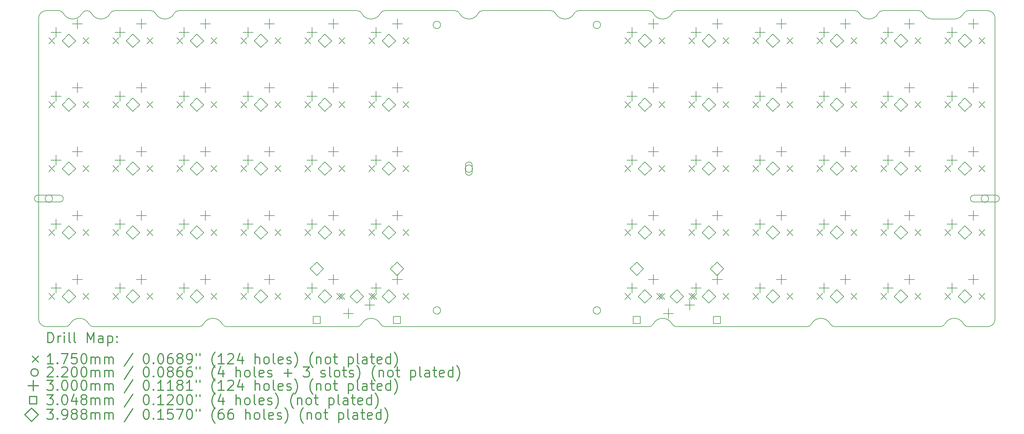
<source format=gbr>
%FSLAX45Y45*%
G04 Gerber Fmt 4.5, Leading zero omitted, Abs format (unit mm)*
G04 Created by KiCad (PCBNEW (5.1.10)-1) date 2021-12-08 21:59:14*
%MOMM*%
%LPD*%
G01*
G04 APERTURE LIST*
%TA.AperFunction,Profile*%
%ADD10C,0.200000*%
%TD*%
%ADD11C,0.200000*%
%ADD12C,0.300000*%
G04 APERTURE END LIST*
D10*
X28260000Y-5779375D02*
X27622500Y-5779375D01*
X28539307Y-5610020D02*
G75*
G02*
X28672310Y-5529375I133003J-69355D01*
G01*
X28539307Y-5610020D02*
G75*
G02*
X28260000Y-5779375I-279307J145645D01*
G01*
X27622500Y-5779375D02*
G75*
G02*
X27343193Y-5610020I0J315000D01*
G01*
X27210189Y-5529375D02*
G75*
G02*
X27343193Y-5610020I0J-150000D01*
G01*
X25305189Y-5529375D02*
X19992311Y-5529375D01*
X19167689Y-5529375D02*
X17081061Y-5529375D01*
X13398939Y-5529375D02*
X11312311Y-5529375D01*
X10487689Y-5529375D02*
X5174811Y-5529375D01*
X19859307Y-5610020D02*
G75*
G02*
X19992311Y-5529375I133003J-69355D01*
G01*
X19859307Y-5610020D02*
G75*
G02*
X19300693Y-5610020I-279307J145645D01*
G01*
X19167689Y-5529375D02*
G75*
G02*
X19300693Y-5610020I0J-150000D01*
G01*
X11179307Y-5610020D02*
G75*
G02*
X11312311Y-5529375I133003J-69355D01*
G01*
X11179307Y-5610020D02*
G75*
G02*
X10620693Y-5610020I-279307J145645D01*
G01*
X10487689Y-5529375D02*
G75*
G02*
X10620693Y-5610020I0J-150000D01*
G01*
X6604000Y-14949375D02*
X10487690Y-14949375D01*
X11312311Y-14949375D02*
X19167690Y-14949375D01*
X19992311Y-14949375D02*
X23876439Y-14949375D01*
X24701061Y-14949375D02*
X27847689Y-14949375D01*
X28672311Y-14949375D02*
X29250000Y-14949375D01*
X27980693Y-14868730D02*
G75*
G02*
X27847689Y-14949375I-133003J69355D01*
G01*
X27980693Y-14868730D02*
G75*
G02*
X28539307Y-14868730I279307J-145645D01*
G01*
X28672311Y-14949375D02*
G75*
G02*
X28539307Y-14868730I0J150000D01*
G01*
X19300693Y-14868730D02*
G75*
G02*
X19167690Y-14949375I-133003J69355D01*
G01*
X19300693Y-14868730D02*
G75*
G02*
X19859307Y-14868730I279307J-145645D01*
G01*
X19992311Y-14949375D02*
G75*
G02*
X19859307Y-14868730I0J150000D01*
G01*
X10620693Y-14868730D02*
G75*
G02*
X10487690Y-14949375I-133003J69355D01*
G01*
X10620693Y-14868730D02*
G75*
G02*
X11179307Y-14868730I279307J-145645D01*
G01*
X11312311Y-14949375D02*
G75*
G02*
X11179307Y-14868730I0J150000D01*
G01*
X2632311Y-14949375D02*
X5778939Y-14949375D01*
X1807689Y-14949375D02*
X1230000Y-14949375D01*
X1940693Y-14868730D02*
G75*
G02*
X1807689Y-14949375I-133003J69355D01*
G01*
X1940693Y-14868730D02*
G75*
G02*
X2499307Y-14868730I279307J-145645D01*
G01*
X2632311Y-14949375D02*
G75*
G02*
X2499307Y-14868730I0J150000D01*
G01*
X2445189Y-5529375D02*
X2432311Y-5529375D01*
X2299307Y-5610020D02*
G75*
G02*
X1740693Y-5610020I-279307J145645D01*
G01*
X1607689Y-5529375D02*
G75*
G02*
X1740693Y-5610020I0J-150000D01*
G01*
X2299307Y-5610020D02*
G75*
G02*
X2432311Y-5529375I133003J-69355D01*
G01*
X1607689Y-5529375D02*
X1230000Y-5529375D01*
X29250000Y-5529375D02*
X28672310Y-5529375D01*
X4350189Y-5529375D02*
X3269811Y-5529375D01*
X4350189Y-5529375D02*
G75*
G02*
X4483193Y-5610020I0J-150000D01*
G01*
X5041807Y-5610020D02*
G75*
G02*
X4483193Y-5610020I-279307J145645D01*
G01*
X5041807Y-5610020D02*
G75*
G02*
X5174811Y-5529375I133003J-69355D01*
G01*
X25996807Y-5610020D02*
G75*
G02*
X25438193Y-5610020I-279307J145645D01*
G01*
X16948057Y-5610020D02*
G75*
G02*
X16389443Y-5610020I-279307J145645D01*
G01*
X16256439Y-5529375D02*
X14223561Y-5529375D01*
X1005000Y-14724375D02*
X1005000Y-5754375D01*
X16948057Y-5610020D02*
G75*
G02*
X17081061Y-5529375I133003J-69355D01*
G01*
X27210189Y-5529375D02*
X26129811Y-5529375D01*
X3136807Y-5610020D02*
G75*
G02*
X3269811Y-5529375I133003J-69355D01*
G01*
X25996807Y-5610020D02*
G75*
G02*
X26129811Y-5529375I133003J-69355D01*
G01*
X1230000Y-14949375D02*
G75*
G02*
X1005000Y-14724375I0J225000D01*
G01*
X13398939Y-5529375D02*
G75*
G02*
X13531943Y-5610020I0J-150000D01*
G01*
X29475000Y-14724375D02*
G75*
G02*
X29250000Y-14949375I-225000J0D01*
G01*
X14090557Y-5610020D02*
G75*
G02*
X13531943Y-5610020I-279307J145645D01*
G01*
X5911943Y-14868730D02*
G75*
G02*
X5778939Y-14949375I-133003J69355D01*
G01*
X6603561Y-14949375D02*
G75*
G02*
X6470557Y-14868730I0J150000D01*
G01*
X5911943Y-14868730D02*
G75*
G02*
X6470557Y-14868730I279307J-145645D01*
G01*
X24009443Y-14868730D02*
G75*
G02*
X24568057Y-14868730I279307J-145645D01*
G01*
X16256439Y-5529375D02*
G75*
G02*
X16389443Y-5610020I0J-150000D01*
G01*
X29250000Y-5529375D02*
G75*
G02*
X29475000Y-5754375I0J-225000D01*
G01*
X24701061Y-14949375D02*
G75*
G02*
X24568057Y-14868730I0J150000D01*
G01*
X3136807Y-5610020D02*
G75*
G02*
X2578193Y-5610020I-279307J145645D01*
G01*
X25305189Y-5529375D02*
G75*
G02*
X25438193Y-5610020I0J-150000D01*
G01*
X1005000Y-5754375D02*
G75*
G02*
X1230000Y-5529375I225000J0D01*
G01*
X2445189Y-5529375D02*
G75*
G02*
X2578193Y-5610020I0J-150000D01*
G01*
X14090557Y-5610020D02*
G75*
G02*
X14223561Y-5529375I133003J-69355D01*
G01*
X29475000Y-14724375D02*
X29475000Y-5754375D01*
X24009443Y-14868730D02*
G75*
G02*
X23876439Y-14949375I-133003J69355D01*
G01*
D11*
X1309497Y-6341875D02*
X1484497Y-6516875D01*
X1484497Y-6341875D02*
X1309497Y-6516875D01*
X1309502Y-8246882D02*
X1484502Y-8421882D01*
X1484502Y-8246882D02*
X1309502Y-8421882D01*
X1309502Y-10151884D02*
X1484502Y-10326884D01*
X1484502Y-10151884D02*
X1309502Y-10326884D01*
X1309502Y-12056885D02*
X1484502Y-12231885D01*
X1484502Y-12056885D02*
X1309502Y-12231885D01*
X1309502Y-13961887D02*
X1484502Y-14136887D01*
X1484502Y-13961887D02*
X1309502Y-14136887D01*
X2325497Y-6341875D02*
X2500497Y-6516875D01*
X2500497Y-6341875D02*
X2325497Y-6516875D01*
X2325502Y-8246882D02*
X2500502Y-8421882D01*
X2500502Y-8246882D02*
X2325502Y-8421882D01*
X2325502Y-10151884D02*
X2500502Y-10326884D01*
X2500502Y-10151884D02*
X2325502Y-10326884D01*
X2325502Y-12056885D02*
X2500502Y-12231885D01*
X2500502Y-12056885D02*
X2325502Y-12231885D01*
X2325502Y-13961887D02*
X2500502Y-14136887D01*
X2500502Y-13961887D02*
X2325502Y-14136887D01*
X3214503Y-6341880D02*
X3389503Y-6516880D01*
X3389503Y-6341880D02*
X3214503Y-6516880D01*
X3214503Y-8246882D02*
X3389503Y-8421882D01*
X3389503Y-8246882D02*
X3214503Y-8421882D01*
X3214503Y-10151884D02*
X3389503Y-10326884D01*
X3389503Y-10151884D02*
X3214503Y-10326884D01*
X3214503Y-12056885D02*
X3389503Y-12231885D01*
X3389503Y-12056885D02*
X3214503Y-12231885D01*
X3214503Y-13961887D02*
X3389503Y-14136887D01*
X3389503Y-13961887D02*
X3214503Y-14136887D01*
X4230503Y-6341880D02*
X4405503Y-6516880D01*
X4405503Y-6341880D02*
X4230503Y-6516880D01*
X4230503Y-8246882D02*
X4405503Y-8421882D01*
X4405503Y-8246882D02*
X4230503Y-8421882D01*
X4230503Y-10151884D02*
X4405503Y-10326884D01*
X4405503Y-10151884D02*
X4230503Y-10326884D01*
X4230503Y-12056885D02*
X4405503Y-12231885D01*
X4405503Y-12056885D02*
X4230503Y-12231885D01*
X4230503Y-13961887D02*
X4405503Y-14136887D01*
X4405503Y-13961887D02*
X4230503Y-14136887D01*
X5119505Y-6341880D02*
X5294505Y-6516880D01*
X5294505Y-6341880D02*
X5119505Y-6516880D01*
X5119505Y-8246882D02*
X5294505Y-8421882D01*
X5294505Y-8246882D02*
X5119505Y-8421882D01*
X5119505Y-10151884D02*
X5294505Y-10326884D01*
X5294505Y-10151884D02*
X5119505Y-10326884D01*
X5119505Y-12056885D02*
X5294505Y-12231885D01*
X5294505Y-12056885D02*
X5119505Y-12231885D01*
X5119505Y-13961887D02*
X5294505Y-14136887D01*
X5294505Y-13961887D02*
X5119505Y-14136887D01*
X6135505Y-6341880D02*
X6310505Y-6516880D01*
X6310505Y-6341880D02*
X6135505Y-6516880D01*
X6135505Y-8246882D02*
X6310505Y-8421882D01*
X6310505Y-8246882D02*
X6135505Y-8421882D01*
X6135505Y-10151884D02*
X6310505Y-10326884D01*
X6310505Y-10151884D02*
X6135505Y-10326884D01*
X6135505Y-12056885D02*
X6310505Y-12231885D01*
X6310505Y-12056885D02*
X6135505Y-12231885D01*
X6135505Y-13961887D02*
X6310505Y-14136887D01*
X6310505Y-13961887D02*
X6135505Y-14136887D01*
X7024506Y-6341880D02*
X7199506Y-6516880D01*
X7199506Y-6341880D02*
X7024506Y-6516880D01*
X7024506Y-8246882D02*
X7199506Y-8421882D01*
X7199506Y-8246882D02*
X7024506Y-8421882D01*
X7024506Y-10151884D02*
X7199506Y-10326884D01*
X7199506Y-10151884D02*
X7024506Y-10326884D01*
X7024506Y-12056885D02*
X7199506Y-12231885D01*
X7199506Y-12056885D02*
X7024506Y-12231885D01*
X7024506Y-13961887D02*
X7199506Y-14136887D01*
X7199506Y-13961887D02*
X7024506Y-14136887D01*
X8040506Y-6341880D02*
X8215506Y-6516880D01*
X8215506Y-6341880D02*
X8040506Y-6516880D01*
X8040506Y-8246882D02*
X8215506Y-8421882D01*
X8215506Y-8246882D02*
X8040506Y-8421882D01*
X8040506Y-10151884D02*
X8215506Y-10326884D01*
X8215506Y-10151884D02*
X8040506Y-10326884D01*
X8040506Y-12056885D02*
X8215506Y-12231885D01*
X8215506Y-12056885D02*
X8040506Y-12231885D01*
X8040506Y-13961887D02*
X8215506Y-14136887D01*
X8215506Y-13961887D02*
X8040506Y-14136887D01*
X8929508Y-6341880D02*
X9104508Y-6516880D01*
X9104508Y-6341880D02*
X8929508Y-6516880D01*
X8929508Y-8246882D02*
X9104508Y-8421882D01*
X9104508Y-8246882D02*
X8929508Y-8421882D01*
X8929508Y-10151884D02*
X9104508Y-10326884D01*
X9104508Y-10151884D02*
X8929508Y-10326884D01*
X8929508Y-12056885D02*
X9104508Y-12231885D01*
X9104508Y-12056885D02*
X8929508Y-12231885D01*
X8929508Y-13961887D02*
X9104508Y-14136887D01*
X9104508Y-13961887D02*
X8929508Y-14136887D01*
X9882009Y-13961887D02*
X10057009Y-14136887D01*
X10057009Y-13961887D02*
X9882009Y-14136887D01*
X9945508Y-6341880D02*
X10120508Y-6516880D01*
X10120508Y-6341880D02*
X9945508Y-6516880D01*
X9945508Y-8246882D02*
X10120508Y-8421882D01*
X10120508Y-8246882D02*
X9945508Y-8421882D01*
X9945508Y-10151884D02*
X10120508Y-10326884D01*
X10120508Y-10151884D02*
X9945508Y-10326884D01*
X9945508Y-12056885D02*
X10120508Y-12231885D01*
X10120508Y-12056885D02*
X9945508Y-12231885D01*
X9945508Y-13961887D02*
X10120508Y-14136887D01*
X10120508Y-13961887D02*
X9945508Y-14136887D01*
X10834510Y-6341880D02*
X11009510Y-6516880D01*
X11009510Y-6341880D02*
X10834510Y-6516880D01*
X10834510Y-8246882D02*
X11009510Y-8421882D01*
X11009510Y-8246882D02*
X10834510Y-8421882D01*
X10834510Y-10151884D02*
X11009510Y-10326884D01*
X11009510Y-10151884D02*
X10834510Y-10326884D01*
X10834510Y-12056885D02*
X11009510Y-12231885D01*
X11009510Y-12056885D02*
X10834510Y-12231885D01*
X10834510Y-13961887D02*
X11009510Y-14136887D01*
X11009510Y-13961887D02*
X10834510Y-14136887D01*
X10898009Y-13961887D02*
X11073009Y-14136887D01*
X11073009Y-13961887D02*
X10898009Y-14136887D01*
X11850510Y-6341880D02*
X12025510Y-6516880D01*
X12025510Y-6341880D02*
X11850510Y-6516880D01*
X11850510Y-8246882D02*
X12025510Y-8421882D01*
X12025510Y-8246882D02*
X11850510Y-8421882D01*
X11850510Y-10151884D02*
X12025510Y-10326884D01*
X12025510Y-10151884D02*
X11850510Y-10326884D01*
X11850510Y-12056885D02*
X12025510Y-12231885D01*
X12025510Y-12056885D02*
X11850510Y-12231885D01*
X11850510Y-13961887D02*
X12025510Y-14136887D01*
X12025510Y-13961887D02*
X11850510Y-14136887D01*
X18454516Y-6341880D02*
X18629516Y-6516880D01*
X18629516Y-6341880D02*
X18454516Y-6516880D01*
X18454516Y-8246882D02*
X18629516Y-8421882D01*
X18629516Y-8246882D02*
X18454516Y-8421882D01*
X18454516Y-10151884D02*
X18629516Y-10326884D01*
X18629516Y-10151884D02*
X18454516Y-10326884D01*
X18454516Y-12056885D02*
X18629516Y-12231885D01*
X18629516Y-12056885D02*
X18454516Y-12231885D01*
X18454516Y-13961887D02*
X18629516Y-14136887D01*
X18629516Y-13961887D02*
X18454516Y-14136887D01*
X19407017Y-13961887D02*
X19582017Y-14136887D01*
X19582017Y-13961887D02*
X19407017Y-14136887D01*
X19470516Y-6341880D02*
X19645516Y-6516880D01*
X19645516Y-6341880D02*
X19470516Y-6516880D01*
X19470516Y-8246882D02*
X19645516Y-8421882D01*
X19645516Y-8246882D02*
X19470516Y-8421882D01*
X19470516Y-10151884D02*
X19645516Y-10326884D01*
X19645516Y-10151884D02*
X19470516Y-10326884D01*
X19470516Y-12056885D02*
X19645516Y-12231885D01*
X19645516Y-12056885D02*
X19470516Y-12231885D01*
X19470516Y-13961887D02*
X19645516Y-14136887D01*
X19645516Y-13961887D02*
X19470516Y-14136887D01*
X20359518Y-6341880D02*
X20534518Y-6516880D01*
X20534518Y-6341880D02*
X20359518Y-6516880D01*
X20359518Y-8246882D02*
X20534518Y-8421882D01*
X20534518Y-8246882D02*
X20359518Y-8421882D01*
X20359518Y-10151884D02*
X20534518Y-10326884D01*
X20534518Y-10151884D02*
X20359518Y-10326884D01*
X20359518Y-12056885D02*
X20534518Y-12231885D01*
X20534518Y-12056885D02*
X20359518Y-12231885D01*
X20359518Y-13961887D02*
X20534518Y-14136887D01*
X20534518Y-13961887D02*
X20359518Y-14136887D01*
X20423017Y-13961887D02*
X20598017Y-14136887D01*
X20598017Y-13961887D02*
X20423017Y-14136887D01*
X21375518Y-6341880D02*
X21550518Y-6516880D01*
X21550518Y-6341880D02*
X21375518Y-6516880D01*
X21375518Y-8246882D02*
X21550518Y-8421882D01*
X21550518Y-8246882D02*
X21375518Y-8421882D01*
X21375518Y-10151884D02*
X21550518Y-10326884D01*
X21550518Y-10151884D02*
X21375518Y-10326884D01*
X21375518Y-12056885D02*
X21550518Y-12231885D01*
X21550518Y-12056885D02*
X21375518Y-12231885D01*
X21375518Y-13961887D02*
X21550518Y-14136887D01*
X21550518Y-13961887D02*
X21375518Y-14136887D01*
X22264519Y-6341880D02*
X22439519Y-6516880D01*
X22439519Y-6341880D02*
X22264519Y-6516880D01*
X22264519Y-8246882D02*
X22439519Y-8421882D01*
X22439519Y-8246882D02*
X22264519Y-8421882D01*
X22264519Y-10151884D02*
X22439519Y-10326884D01*
X22439519Y-10151884D02*
X22264519Y-10326884D01*
X22264519Y-12056885D02*
X22439519Y-12231885D01*
X22439519Y-12056885D02*
X22264519Y-12231885D01*
X22264519Y-13961887D02*
X22439519Y-14136887D01*
X22439519Y-13961887D02*
X22264519Y-14136887D01*
X23280519Y-6341880D02*
X23455519Y-6516880D01*
X23455519Y-6341880D02*
X23280519Y-6516880D01*
X23280519Y-8246882D02*
X23455519Y-8421882D01*
X23455519Y-8246882D02*
X23280519Y-8421882D01*
X23280519Y-10151884D02*
X23455519Y-10326884D01*
X23455519Y-10151884D02*
X23280519Y-10326884D01*
X23280519Y-12056885D02*
X23455519Y-12231885D01*
X23455519Y-12056885D02*
X23280519Y-12231885D01*
X23280519Y-13961887D02*
X23455519Y-14136887D01*
X23455519Y-13961887D02*
X23280519Y-14136887D01*
X24169521Y-6341880D02*
X24344521Y-6516880D01*
X24344521Y-6341880D02*
X24169521Y-6516880D01*
X24169521Y-8246882D02*
X24344521Y-8421882D01*
X24344521Y-8246882D02*
X24169521Y-8421882D01*
X24169521Y-10151884D02*
X24344521Y-10326884D01*
X24344521Y-10151884D02*
X24169521Y-10326884D01*
X24169521Y-12056885D02*
X24344521Y-12231885D01*
X24344521Y-12056885D02*
X24169521Y-12231885D01*
X24169521Y-13961887D02*
X24344521Y-14136887D01*
X24344521Y-13961887D02*
X24169521Y-14136887D01*
X25185521Y-6341880D02*
X25360521Y-6516880D01*
X25360521Y-6341880D02*
X25185521Y-6516880D01*
X25185521Y-8246882D02*
X25360521Y-8421882D01*
X25360521Y-8246882D02*
X25185521Y-8421882D01*
X25185521Y-10151884D02*
X25360521Y-10326884D01*
X25360521Y-10151884D02*
X25185521Y-10326884D01*
X25185521Y-12056885D02*
X25360521Y-12231885D01*
X25360521Y-12056885D02*
X25185521Y-12231885D01*
X25185521Y-13961887D02*
X25360521Y-14136887D01*
X25360521Y-13961887D02*
X25185521Y-14136887D01*
X26074522Y-6341880D02*
X26249522Y-6516880D01*
X26249522Y-6341880D02*
X26074522Y-6516880D01*
X26074522Y-8246882D02*
X26249522Y-8421882D01*
X26249522Y-8246882D02*
X26074522Y-8421882D01*
X26074522Y-10151884D02*
X26249522Y-10326884D01*
X26249522Y-10151884D02*
X26074522Y-10326884D01*
X26074522Y-12056885D02*
X26249522Y-12231885D01*
X26249522Y-12056885D02*
X26074522Y-12231885D01*
X26074522Y-13961887D02*
X26249522Y-14136887D01*
X26249522Y-13961887D02*
X26074522Y-14136887D01*
X27090522Y-6341880D02*
X27265522Y-6516880D01*
X27265522Y-6341880D02*
X27090522Y-6516880D01*
X27090522Y-8246882D02*
X27265522Y-8421882D01*
X27265522Y-8246882D02*
X27090522Y-8421882D01*
X27090522Y-10151884D02*
X27265522Y-10326884D01*
X27265522Y-10151884D02*
X27090522Y-10326884D01*
X27090522Y-12056885D02*
X27265522Y-12231885D01*
X27265522Y-12056885D02*
X27090522Y-12231885D01*
X27090522Y-13961887D02*
X27265522Y-14136887D01*
X27265522Y-13961887D02*
X27090522Y-14136887D01*
X27979524Y-6341880D02*
X28154524Y-6516880D01*
X28154524Y-6341880D02*
X27979524Y-6516880D01*
X27979524Y-8246882D02*
X28154524Y-8421882D01*
X28154524Y-8246882D02*
X27979524Y-8421882D01*
X27979524Y-10151884D02*
X28154524Y-10326884D01*
X28154524Y-10151884D02*
X27979524Y-10326884D01*
X27979524Y-12056885D02*
X28154524Y-12231885D01*
X28154524Y-12056885D02*
X27979524Y-12231885D01*
X27979524Y-13961887D02*
X28154524Y-14136887D01*
X28154524Y-13961887D02*
X27979524Y-14136887D01*
X28995524Y-6341880D02*
X29170524Y-6516880D01*
X29170524Y-6341880D02*
X28995524Y-6516880D01*
X28995524Y-8246882D02*
X29170524Y-8421882D01*
X29170524Y-8246882D02*
X28995524Y-8421882D01*
X28995524Y-10151884D02*
X29170524Y-10326884D01*
X29170524Y-10151884D02*
X28995524Y-10326884D01*
X28995524Y-12056885D02*
X29170524Y-12231885D01*
X29170524Y-12056885D02*
X28995524Y-12231885D01*
X28995524Y-13961887D02*
X29170524Y-14136887D01*
X29170524Y-13961887D02*
X28995524Y-14136887D01*
X1419689Y-11132353D02*
G75*
G03*
X1419689Y-11132353I-110000J0D01*
G01*
X979689Y-11232353D02*
X1639689Y-11232353D01*
X979689Y-11032353D02*
X1639689Y-11032353D01*
X1639689Y-11232353D02*
G75*
G03*
X1639689Y-11032353I0J100000D01*
G01*
X979689Y-11032353D02*
G75*
G03*
X979689Y-11232353I0J-100000D01*
G01*
X12968761Y-5953130D02*
G75*
G03*
X12968761Y-5953130I-110000J0D01*
G01*
X12968761Y-14466106D02*
G75*
G03*
X12968761Y-14466106I-110000J0D01*
G01*
X13921262Y-10239384D02*
G75*
G03*
X13921262Y-10239384I-110000J0D01*
G01*
X13911262Y-10339384D02*
X13911262Y-10139384D01*
X13711262Y-10339384D02*
X13711262Y-10139384D01*
X13911262Y-10139384D02*
G75*
G03*
X13711262Y-10139384I-100000J0D01*
G01*
X13711262Y-10339384D02*
G75*
G03*
X13911262Y-10339384I100000J0D01*
G01*
X17731265Y-5953130D02*
G75*
G03*
X17731265Y-5953130I-110000J0D01*
G01*
X17731265Y-14466106D02*
G75*
G03*
X17731265Y-14466106I-110000J0D01*
G01*
X29280337Y-11132353D02*
G75*
G03*
X29280337Y-11132353I-110000J0D01*
G01*
X28840337Y-11232353D02*
X29500337Y-11232353D01*
X28840337Y-11032353D02*
X29500337Y-11032353D01*
X29500337Y-11232353D02*
G75*
G03*
X29500337Y-11032353I0J100000D01*
G01*
X28840337Y-11032353D02*
G75*
G03*
X28840337Y-11232353I0J-100000D01*
G01*
X1523997Y-6025375D02*
X1523997Y-6325375D01*
X1373997Y-6175375D02*
X1673997Y-6175375D01*
X1524002Y-7930382D02*
X1524002Y-8230382D01*
X1374002Y-8080382D02*
X1674002Y-8080382D01*
X1524002Y-9835384D02*
X1524002Y-10135384D01*
X1374002Y-9985384D02*
X1674002Y-9985384D01*
X1524002Y-11740385D02*
X1524002Y-12040385D01*
X1374002Y-11890385D02*
X1674002Y-11890385D01*
X1524002Y-13645387D02*
X1524002Y-13945387D01*
X1374002Y-13795387D02*
X1674002Y-13795387D01*
X2158997Y-5771375D02*
X2158997Y-6071375D01*
X2008997Y-5921375D02*
X2308997Y-5921375D01*
X2159002Y-7676382D02*
X2159002Y-7976382D01*
X2009002Y-7826382D02*
X2309002Y-7826382D01*
X2159002Y-9581384D02*
X2159002Y-9881384D01*
X2009002Y-9731384D02*
X2309002Y-9731384D01*
X2159002Y-11486385D02*
X2159002Y-11786385D01*
X2009002Y-11636385D02*
X2309002Y-11636385D01*
X2159002Y-13391387D02*
X2159002Y-13691387D01*
X2009002Y-13541387D02*
X2309002Y-13541387D01*
X3429003Y-6025380D02*
X3429003Y-6325380D01*
X3279003Y-6175380D02*
X3579003Y-6175380D01*
X3429003Y-7930382D02*
X3429003Y-8230382D01*
X3279003Y-8080382D02*
X3579003Y-8080382D01*
X3429003Y-9835384D02*
X3429003Y-10135384D01*
X3279003Y-9985384D02*
X3579003Y-9985384D01*
X3429003Y-11740385D02*
X3429003Y-12040385D01*
X3279003Y-11890385D02*
X3579003Y-11890385D01*
X3429003Y-13645387D02*
X3429003Y-13945387D01*
X3279003Y-13795387D02*
X3579003Y-13795387D01*
X4064003Y-5771380D02*
X4064003Y-6071380D01*
X3914003Y-5921380D02*
X4214003Y-5921380D01*
X4064003Y-7676382D02*
X4064003Y-7976382D01*
X3914003Y-7826382D02*
X4214003Y-7826382D01*
X4064003Y-9581384D02*
X4064003Y-9881384D01*
X3914003Y-9731384D02*
X4214003Y-9731384D01*
X4064003Y-11486385D02*
X4064003Y-11786385D01*
X3914003Y-11636385D02*
X4214003Y-11636385D01*
X4064003Y-13391387D02*
X4064003Y-13691387D01*
X3914003Y-13541387D02*
X4214003Y-13541387D01*
X5334005Y-6025380D02*
X5334005Y-6325380D01*
X5184005Y-6175380D02*
X5484005Y-6175380D01*
X5334005Y-7930382D02*
X5334005Y-8230382D01*
X5184005Y-8080382D02*
X5484005Y-8080382D01*
X5334005Y-9835384D02*
X5334005Y-10135384D01*
X5184005Y-9985384D02*
X5484005Y-9985384D01*
X5334005Y-11740385D02*
X5334005Y-12040385D01*
X5184005Y-11890385D02*
X5484005Y-11890385D01*
X5334005Y-13645387D02*
X5334005Y-13945387D01*
X5184005Y-13795387D02*
X5484005Y-13795387D01*
X5969005Y-5771380D02*
X5969005Y-6071380D01*
X5819005Y-5921380D02*
X6119005Y-5921380D01*
X5969005Y-7676382D02*
X5969005Y-7976382D01*
X5819005Y-7826382D02*
X6119005Y-7826382D01*
X5969005Y-9581384D02*
X5969005Y-9881384D01*
X5819005Y-9731384D02*
X6119005Y-9731384D01*
X5969005Y-11486385D02*
X5969005Y-11786385D01*
X5819005Y-11636385D02*
X6119005Y-11636385D01*
X5969005Y-13391387D02*
X5969005Y-13691387D01*
X5819005Y-13541387D02*
X6119005Y-13541387D01*
X7239006Y-6025380D02*
X7239006Y-6325380D01*
X7089006Y-6175380D02*
X7389006Y-6175380D01*
X7239006Y-7930382D02*
X7239006Y-8230382D01*
X7089006Y-8080382D02*
X7389006Y-8080382D01*
X7239006Y-9835384D02*
X7239006Y-10135384D01*
X7089006Y-9985384D02*
X7389006Y-9985384D01*
X7239006Y-11740385D02*
X7239006Y-12040385D01*
X7089006Y-11890385D02*
X7389006Y-11890385D01*
X7239006Y-13645387D02*
X7239006Y-13945387D01*
X7089006Y-13795387D02*
X7389006Y-13795387D01*
X7874006Y-5771380D02*
X7874006Y-6071380D01*
X7724006Y-5921380D02*
X8024006Y-5921380D01*
X7874006Y-7676382D02*
X7874006Y-7976382D01*
X7724006Y-7826382D02*
X8024006Y-7826382D01*
X7874006Y-9581384D02*
X7874006Y-9881384D01*
X7724006Y-9731384D02*
X8024006Y-9731384D01*
X7874006Y-11486385D02*
X7874006Y-11786385D01*
X7724006Y-11636385D02*
X8024006Y-11636385D01*
X7874006Y-13391387D02*
X7874006Y-13691387D01*
X7724006Y-13541387D02*
X8024006Y-13541387D01*
X9144008Y-6025380D02*
X9144008Y-6325380D01*
X8994008Y-6175380D02*
X9294008Y-6175380D01*
X9144008Y-7930382D02*
X9144008Y-8230382D01*
X8994008Y-8080382D02*
X9294008Y-8080382D01*
X9144008Y-9835384D02*
X9144008Y-10135384D01*
X8994008Y-9985384D02*
X9294008Y-9985384D01*
X9144008Y-11740385D02*
X9144008Y-12040385D01*
X8994008Y-11890385D02*
X9294008Y-11890385D01*
X9144008Y-13645387D02*
X9144008Y-13945387D01*
X8994008Y-13795387D02*
X9294008Y-13795387D01*
X9779008Y-5771380D02*
X9779008Y-6071380D01*
X9629008Y-5921380D02*
X9929008Y-5921380D01*
X9779008Y-7676382D02*
X9779008Y-7976382D01*
X9629008Y-7826382D02*
X9929008Y-7826382D01*
X9779008Y-9581384D02*
X9779008Y-9881384D01*
X9629008Y-9731384D02*
X9929008Y-9731384D01*
X9779008Y-11486385D02*
X9779008Y-11786385D01*
X9629008Y-11636385D02*
X9929008Y-11636385D01*
X9779008Y-13391387D02*
X9779008Y-13691387D01*
X9629008Y-13541387D02*
X9929008Y-13541387D01*
X10223509Y-14407387D02*
X10223509Y-14707387D01*
X10073509Y-14557387D02*
X10373509Y-14557387D01*
X10858509Y-14153387D02*
X10858509Y-14453387D01*
X10708509Y-14303387D02*
X11008509Y-14303387D01*
X11049010Y-6025380D02*
X11049010Y-6325380D01*
X10899010Y-6175380D02*
X11199010Y-6175380D01*
X11049010Y-7930382D02*
X11049010Y-8230382D01*
X10899010Y-8080382D02*
X11199010Y-8080382D01*
X11049010Y-9835384D02*
X11049010Y-10135384D01*
X10899010Y-9985384D02*
X11199010Y-9985384D01*
X11049010Y-11740385D02*
X11049010Y-12040385D01*
X10899010Y-11890385D02*
X11199010Y-11890385D01*
X11049010Y-13645387D02*
X11049010Y-13945387D01*
X10899010Y-13795387D02*
X11199010Y-13795387D01*
X11684010Y-5771380D02*
X11684010Y-6071380D01*
X11534010Y-5921380D02*
X11834010Y-5921380D01*
X11684010Y-7676382D02*
X11684010Y-7976382D01*
X11534010Y-7826382D02*
X11834010Y-7826382D01*
X11684010Y-9581384D02*
X11684010Y-9881384D01*
X11534010Y-9731384D02*
X11834010Y-9731384D01*
X11684010Y-11486385D02*
X11684010Y-11786385D01*
X11534010Y-11636385D02*
X11834010Y-11636385D01*
X11684010Y-13391387D02*
X11684010Y-13691387D01*
X11534010Y-13541387D02*
X11834010Y-13541387D01*
X18669016Y-6025380D02*
X18669016Y-6325380D01*
X18519016Y-6175380D02*
X18819016Y-6175380D01*
X18669016Y-7930382D02*
X18669016Y-8230382D01*
X18519016Y-8080382D02*
X18819016Y-8080382D01*
X18669016Y-9835384D02*
X18669016Y-10135384D01*
X18519016Y-9985384D02*
X18819016Y-9985384D01*
X18669016Y-11740385D02*
X18669016Y-12040385D01*
X18519016Y-11890385D02*
X18819016Y-11890385D01*
X18669016Y-13645387D02*
X18669016Y-13945387D01*
X18519016Y-13795387D02*
X18819016Y-13795387D01*
X19304016Y-5771380D02*
X19304016Y-6071380D01*
X19154016Y-5921380D02*
X19454016Y-5921380D01*
X19304016Y-7676382D02*
X19304016Y-7976382D01*
X19154016Y-7826382D02*
X19454016Y-7826382D01*
X19304016Y-9581384D02*
X19304016Y-9881384D01*
X19154016Y-9731384D02*
X19454016Y-9731384D01*
X19304016Y-11486385D02*
X19304016Y-11786385D01*
X19154016Y-11636385D02*
X19454016Y-11636385D01*
X19304016Y-13391387D02*
X19304016Y-13691387D01*
X19154016Y-13541387D02*
X19454016Y-13541387D01*
X19748517Y-14407387D02*
X19748517Y-14707387D01*
X19598517Y-14557387D02*
X19898517Y-14557387D01*
X20383517Y-14153387D02*
X20383517Y-14453387D01*
X20233517Y-14303387D02*
X20533517Y-14303387D01*
X20574018Y-6025380D02*
X20574018Y-6325380D01*
X20424018Y-6175380D02*
X20724018Y-6175380D01*
X20574018Y-7930382D02*
X20574018Y-8230382D01*
X20424018Y-8080382D02*
X20724018Y-8080382D01*
X20574018Y-9835384D02*
X20574018Y-10135384D01*
X20424018Y-9985384D02*
X20724018Y-9985384D01*
X20574018Y-11740385D02*
X20574018Y-12040385D01*
X20424018Y-11890385D02*
X20724018Y-11890385D01*
X20574018Y-13645387D02*
X20574018Y-13945387D01*
X20424018Y-13795387D02*
X20724018Y-13795387D01*
X21209018Y-5771380D02*
X21209018Y-6071380D01*
X21059018Y-5921380D02*
X21359018Y-5921380D01*
X21209018Y-7676382D02*
X21209018Y-7976382D01*
X21059018Y-7826382D02*
X21359018Y-7826382D01*
X21209018Y-9581384D02*
X21209018Y-9881384D01*
X21059018Y-9731384D02*
X21359018Y-9731384D01*
X21209018Y-11486385D02*
X21209018Y-11786385D01*
X21059018Y-11636385D02*
X21359018Y-11636385D01*
X21209018Y-13391387D02*
X21209018Y-13691387D01*
X21059018Y-13541387D02*
X21359018Y-13541387D01*
X22479019Y-6025380D02*
X22479019Y-6325380D01*
X22329019Y-6175380D02*
X22629019Y-6175380D01*
X22479019Y-7930382D02*
X22479019Y-8230382D01*
X22329019Y-8080382D02*
X22629019Y-8080382D01*
X22479019Y-9835384D02*
X22479019Y-10135384D01*
X22329019Y-9985384D02*
X22629019Y-9985384D01*
X22479019Y-11740385D02*
X22479019Y-12040385D01*
X22329019Y-11890385D02*
X22629019Y-11890385D01*
X22479019Y-13645387D02*
X22479019Y-13945387D01*
X22329019Y-13795387D02*
X22629019Y-13795387D01*
X23114019Y-5771380D02*
X23114019Y-6071380D01*
X22964019Y-5921380D02*
X23264019Y-5921380D01*
X23114019Y-7676382D02*
X23114019Y-7976382D01*
X22964019Y-7826382D02*
X23264019Y-7826382D01*
X23114019Y-9581384D02*
X23114019Y-9881384D01*
X22964019Y-9731384D02*
X23264019Y-9731384D01*
X23114019Y-11486385D02*
X23114019Y-11786385D01*
X22964019Y-11636385D02*
X23264019Y-11636385D01*
X23114019Y-13391387D02*
X23114019Y-13691387D01*
X22964019Y-13541387D02*
X23264019Y-13541387D01*
X24384021Y-6025380D02*
X24384021Y-6325380D01*
X24234021Y-6175380D02*
X24534021Y-6175380D01*
X24384021Y-7930382D02*
X24384021Y-8230382D01*
X24234021Y-8080382D02*
X24534021Y-8080382D01*
X24384021Y-9835384D02*
X24384021Y-10135384D01*
X24234021Y-9985384D02*
X24534021Y-9985384D01*
X24384021Y-11740385D02*
X24384021Y-12040385D01*
X24234021Y-11890385D02*
X24534021Y-11890385D01*
X24384021Y-13645387D02*
X24384021Y-13945387D01*
X24234021Y-13795387D02*
X24534021Y-13795387D01*
X25019021Y-5771380D02*
X25019021Y-6071380D01*
X24869021Y-5921380D02*
X25169021Y-5921380D01*
X25019021Y-7676382D02*
X25019021Y-7976382D01*
X24869021Y-7826382D02*
X25169021Y-7826382D01*
X25019021Y-9581384D02*
X25019021Y-9881384D01*
X24869021Y-9731384D02*
X25169021Y-9731384D01*
X25019021Y-11486385D02*
X25019021Y-11786385D01*
X24869021Y-11636385D02*
X25169021Y-11636385D01*
X25019021Y-13391387D02*
X25019021Y-13691387D01*
X24869021Y-13541387D02*
X25169021Y-13541387D01*
X26289022Y-6025380D02*
X26289022Y-6325380D01*
X26139022Y-6175380D02*
X26439022Y-6175380D01*
X26289022Y-7930382D02*
X26289022Y-8230382D01*
X26139022Y-8080382D02*
X26439022Y-8080382D01*
X26289022Y-9835384D02*
X26289022Y-10135384D01*
X26139022Y-9985384D02*
X26439022Y-9985384D01*
X26289022Y-11740385D02*
X26289022Y-12040385D01*
X26139022Y-11890385D02*
X26439022Y-11890385D01*
X26289022Y-13645387D02*
X26289022Y-13945387D01*
X26139022Y-13795387D02*
X26439022Y-13795387D01*
X26924022Y-5771380D02*
X26924022Y-6071380D01*
X26774022Y-5921380D02*
X27074022Y-5921380D01*
X26924022Y-7676382D02*
X26924022Y-7976382D01*
X26774022Y-7826382D02*
X27074022Y-7826382D01*
X26924022Y-9581384D02*
X26924022Y-9881384D01*
X26774022Y-9731384D02*
X27074022Y-9731384D01*
X26924022Y-11486385D02*
X26924022Y-11786385D01*
X26774022Y-11636385D02*
X27074022Y-11636385D01*
X26924022Y-13391387D02*
X26924022Y-13691387D01*
X26774022Y-13541387D02*
X27074022Y-13541387D01*
X28194024Y-6025380D02*
X28194024Y-6325380D01*
X28044024Y-6175380D02*
X28344024Y-6175380D01*
X28194024Y-7930382D02*
X28194024Y-8230382D01*
X28044024Y-8080382D02*
X28344024Y-8080382D01*
X28194024Y-9835384D02*
X28194024Y-10135384D01*
X28044024Y-9985384D02*
X28344024Y-9985384D01*
X28194024Y-11740385D02*
X28194024Y-12040385D01*
X28044024Y-11890385D02*
X28344024Y-11890385D01*
X28194024Y-13645387D02*
X28194024Y-13945387D01*
X28044024Y-13795387D02*
X28344024Y-13795387D01*
X28829024Y-5771380D02*
X28829024Y-6071380D01*
X28679024Y-5921380D02*
X28979024Y-5921380D01*
X28829024Y-7676382D02*
X28829024Y-7976382D01*
X28679024Y-7826382D02*
X28979024Y-7826382D01*
X28829024Y-9581384D02*
X28829024Y-9881384D01*
X28679024Y-9731384D02*
X28979024Y-9731384D01*
X28829024Y-11486385D02*
X28829024Y-11786385D01*
X28679024Y-11636385D02*
X28979024Y-11636385D01*
X28829024Y-13391387D02*
X28829024Y-13691387D01*
X28679024Y-13541387D02*
X28979024Y-13541387D01*
X9391473Y-14855651D02*
X9391473Y-14640123D01*
X9175945Y-14640123D01*
X9175945Y-14855651D01*
X9391473Y-14855651D01*
X11779073Y-14855651D02*
X11779073Y-14640123D01*
X11563545Y-14640123D01*
X11563545Y-14855651D01*
X11779073Y-14855651D01*
X18916481Y-14855651D02*
X18916481Y-14640123D01*
X18700953Y-14640123D01*
X18700953Y-14855651D01*
X18916481Y-14855651D01*
X21304081Y-14855651D02*
X21304081Y-14640123D01*
X21088553Y-14640123D01*
X21088553Y-14855651D01*
X21304081Y-14855651D01*
X1904997Y-6628765D02*
X2104387Y-6429375D01*
X1904997Y-6229985D01*
X1705607Y-6429375D01*
X1904997Y-6628765D01*
X1905002Y-8533772D02*
X2104392Y-8334382D01*
X1905002Y-8134992D01*
X1705612Y-8334382D01*
X1905002Y-8533772D01*
X1905002Y-10438774D02*
X2104392Y-10239384D01*
X1905002Y-10039994D01*
X1705612Y-10239384D01*
X1905002Y-10438774D01*
X1905002Y-12343775D02*
X2104392Y-12144385D01*
X1905002Y-11944995D01*
X1705612Y-12144385D01*
X1905002Y-12343775D01*
X1905002Y-14248777D02*
X2104392Y-14049387D01*
X1905002Y-13849997D01*
X1705612Y-14049387D01*
X1905002Y-14248777D01*
X3810003Y-6628770D02*
X4009393Y-6429380D01*
X3810003Y-6229990D01*
X3610613Y-6429380D01*
X3810003Y-6628770D01*
X3810003Y-8533772D02*
X4009393Y-8334382D01*
X3810003Y-8134992D01*
X3610613Y-8334382D01*
X3810003Y-8533772D01*
X3810003Y-10438774D02*
X4009393Y-10239384D01*
X3810003Y-10039994D01*
X3610613Y-10239384D01*
X3810003Y-10438774D01*
X3810003Y-12343775D02*
X4009393Y-12144385D01*
X3810003Y-11944995D01*
X3610613Y-12144385D01*
X3810003Y-12343775D01*
X3810003Y-14248777D02*
X4009393Y-14049387D01*
X3810003Y-13849997D01*
X3610613Y-14049387D01*
X3810003Y-14248777D01*
X5715005Y-6628770D02*
X5914395Y-6429380D01*
X5715005Y-6229990D01*
X5515615Y-6429380D01*
X5715005Y-6628770D01*
X5715005Y-8533772D02*
X5914395Y-8334382D01*
X5715005Y-8134992D01*
X5515615Y-8334382D01*
X5715005Y-8533772D01*
X5715005Y-10438774D02*
X5914395Y-10239384D01*
X5715005Y-10039994D01*
X5515615Y-10239384D01*
X5715005Y-10438774D01*
X5715005Y-12343775D02*
X5914395Y-12144385D01*
X5715005Y-11944995D01*
X5515615Y-12144385D01*
X5715005Y-12343775D01*
X5715005Y-14248777D02*
X5914395Y-14049387D01*
X5715005Y-13849997D01*
X5515615Y-14049387D01*
X5715005Y-14248777D01*
X7620006Y-6628770D02*
X7819396Y-6429380D01*
X7620006Y-6229990D01*
X7420616Y-6429380D01*
X7620006Y-6628770D01*
X7620006Y-8533772D02*
X7819396Y-8334382D01*
X7620006Y-8134992D01*
X7420616Y-8334382D01*
X7620006Y-8533772D01*
X7620006Y-10438774D02*
X7819396Y-10239384D01*
X7620006Y-10039994D01*
X7420616Y-10239384D01*
X7620006Y-10438774D01*
X7620006Y-12343775D02*
X7819396Y-12144385D01*
X7620006Y-11944995D01*
X7420616Y-12144385D01*
X7620006Y-12343775D01*
X7620006Y-14248777D02*
X7819396Y-14049387D01*
X7620006Y-13849997D01*
X7420616Y-14049387D01*
X7620006Y-14248777D01*
X9283709Y-13423277D02*
X9483099Y-13223887D01*
X9283709Y-13024497D01*
X9084319Y-13223887D01*
X9283709Y-13423277D01*
X9525008Y-6628770D02*
X9724398Y-6429380D01*
X9525008Y-6229990D01*
X9325618Y-6429380D01*
X9525008Y-6628770D01*
X9525008Y-8533772D02*
X9724398Y-8334382D01*
X9525008Y-8134992D01*
X9325618Y-8334382D01*
X9525008Y-8533772D01*
X9525008Y-10438774D02*
X9724398Y-10239384D01*
X9525008Y-10039994D01*
X9325618Y-10239384D01*
X9525008Y-10438774D01*
X9525008Y-12343775D02*
X9724398Y-12144385D01*
X9525008Y-11944995D01*
X9325618Y-12144385D01*
X9525008Y-12343775D01*
X9525008Y-14248777D02*
X9724398Y-14049387D01*
X9525008Y-13849997D01*
X9325618Y-14049387D01*
X9525008Y-14248777D01*
X10477509Y-14248777D02*
X10676899Y-14049387D01*
X10477509Y-13849997D01*
X10278119Y-14049387D01*
X10477509Y-14248777D01*
X11430010Y-6628770D02*
X11629400Y-6429380D01*
X11430010Y-6229990D01*
X11230620Y-6429380D01*
X11430010Y-6628770D01*
X11430010Y-8533772D02*
X11629400Y-8334382D01*
X11430010Y-8134992D01*
X11230620Y-8334382D01*
X11430010Y-8533772D01*
X11430010Y-10438774D02*
X11629400Y-10239384D01*
X11430010Y-10039994D01*
X11230620Y-10239384D01*
X11430010Y-10438774D01*
X11430010Y-12343775D02*
X11629400Y-12144385D01*
X11430010Y-11944995D01*
X11230620Y-12144385D01*
X11430010Y-12343775D01*
X11430010Y-14248777D02*
X11629400Y-14049387D01*
X11430010Y-13849997D01*
X11230620Y-14049387D01*
X11430010Y-14248777D01*
X11671309Y-13423277D02*
X11870699Y-13223887D01*
X11671309Y-13024497D01*
X11471919Y-13223887D01*
X11671309Y-13423277D01*
X18808717Y-13423277D02*
X19008107Y-13223887D01*
X18808717Y-13024497D01*
X18609327Y-13223887D01*
X18808717Y-13423277D01*
X19050016Y-6628770D02*
X19249406Y-6429380D01*
X19050016Y-6229990D01*
X18850626Y-6429380D01*
X19050016Y-6628770D01*
X19050016Y-8533772D02*
X19249406Y-8334382D01*
X19050016Y-8134992D01*
X18850626Y-8334382D01*
X19050016Y-8533772D01*
X19050016Y-10438774D02*
X19249406Y-10239384D01*
X19050016Y-10039994D01*
X18850626Y-10239384D01*
X19050016Y-10438774D01*
X19050016Y-12343775D02*
X19249406Y-12144385D01*
X19050016Y-11944995D01*
X18850626Y-12144385D01*
X19050016Y-12343775D01*
X19050016Y-14248777D02*
X19249406Y-14049387D01*
X19050016Y-13849997D01*
X18850626Y-14049387D01*
X19050016Y-14248777D01*
X20002517Y-14248777D02*
X20201907Y-14049387D01*
X20002517Y-13849997D01*
X19803127Y-14049387D01*
X20002517Y-14248777D01*
X20955018Y-6628770D02*
X21154408Y-6429380D01*
X20955018Y-6229990D01*
X20755628Y-6429380D01*
X20955018Y-6628770D01*
X20955018Y-8533772D02*
X21154408Y-8334382D01*
X20955018Y-8134992D01*
X20755628Y-8334382D01*
X20955018Y-8533772D01*
X20955018Y-10438774D02*
X21154408Y-10239384D01*
X20955018Y-10039994D01*
X20755628Y-10239384D01*
X20955018Y-10438774D01*
X20955018Y-12343775D02*
X21154408Y-12144385D01*
X20955018Y-11944995D01*
X20755628Y-12144385D01*
X20955018Y-12343775D01*
X20955018Y-14248777D02*
X21154408Y-14049387D01*
X20955018Y-13849997D01*
X20755628Y-14049387D01*
X20955018Y-14248777D01*
X21196317Y-13423277D02*
X21395707Y-13223887D01*
X21196317Y-13024497D01*
X20996927Y-13223887D01*
X21196317Y-13423277D01*
X22860019Y-6628770D02*
X23059409Y-6429380D01*
X22860019Y-6229990D01*
X22660629Y-6429380D01*
X22860019Y-6628770D01*
X22860019Y-8533772D02*
X23059409Y-8334382D01*
X22860019Y-8134992D01*
X22660629Y-8334382D01*
X22860019Y-8533772D01*
X22860019Y-10438774D02*
X23059409Y-10239384D01*
X22860019Y-10039994D01*
X22660629Y-10239384D01*
X22860019Y-10438774D01*
X22860019Y-12343775D02*
X23059409Y-12144385D01*
X22860019Y-11944995D01*
X22660629Y-12144385D01*
X22860019Y-12343775D01*
X22860019Y-14248777D02*
X23059409Y-14049387D01*
X22860019Y-13849997D01*
X22660629Y-14049387D01*
X22860019Y-14248777D01*
X24765021Y-6628770D02*
X24964411Y-6429380D01*
X24765021Y-6229990D01*
X24565631Y-6429380D01*
X24765021Y-6628770D01*
X24765021Y-8533772D02*
X24964411Y-8334382D01*
X24765021Y-8134992D01*
X24565631Y-8334382D01*
X24765021Y-8533772D01*
X24765021Y-10438774D02*
X24964411Y-10239384D01*
X24765021Y-10039994D01*
X24565631Y-10239384D01*
X24765021Y-10438774D01*
X24765021Y-12343775D02*
X24964411Y-12144385D01*
X24765021Y-11944995D01*
X24565631Y-12144385D01*
X24765021Y-12343775D01*
X24765021Y-14248777D02*
X24964411Y-14049387D01*
X24765021Y-13849997D01*
X24565631Y-14049387D01*
X24765021Y-14248777D01*
X26670022Y-6628770D02*
X26869412Y-6429380D01*
X26670022Y-6229990D01*
X26470632Y-6429380D01*
X26670022Y-6628770D01*
X26670022Y-8533772D02*
X26869412Y-8334382D01*
X26670022Y-8134992D01*
X26470632Y-8334382D01*
X26670022Y-8533772D01*
X26670022Y-10438774D02*
X26869412Y-10239384D01*
X26670022Y-10039994D01*
X26470632Y-10239384D01*
X26670022Y-10438774D01*
X26670022Y-12343775D02*
X26869412Y-12144385D01*
X26670022Y-11944995D01*
X26470632Y-12144385D01*
X26670022Y-12343775D01*
X26670022Y-14248777D02*
X26869412Y-14049387D01*
X26670022Y-13849997D01*
X26470632Y-14049387D01*
X26670022Y-14248777D01*
X28575024Y-6628770D02*
X28774414Y-6429380D01*
X28575024Y-6229990D01*
X28375634Y-6429380D01*
X28575024Y-6628770D01*
X28575024Y-8533772D02*
X28774414Y-8334382D01*
X28575024Y-8134992D01*
X28375634Y-8334382D01*
X28575024Y-8533772D01*
X28575024Y-10438774D02*
X28774414Y-10239384D01*
X28575024Y-10039994D01*
X28375634Y-10239384D01*
X28575024Y-10438774D01*
X28575024Y-12343775D02*
X28774414Y-12144385D01*
X28575024Y-11944995D01*
X28375634Y-12144385D01*
X28575024Y-12343775D01*
X28575024Y-14248777D02*
X28774414Y-14049387D01*
X28575024Y-13849997D01*
X28375634Y-14049387D01*
X28575024Y-14248777D01*
D12*
X1281428Y-15425089D02*
X1281428Y-15125089D01*
X1352857Y-15125089D01*
X1395714Y-15139375D01*
X1424286Y-15167946D01*
X1438571Y-15196518D01*
X1452857Y-15253661D01*
X1452857Y-15296518D01*
X1438571Y-15353661D01*
X1424286Y-15382232D01*
X1395714Y-15410804D01*
X1352857Y-15425089D01*
X1281428Y-15425089D01*
X1581428Y-15425089D02*
X1581428Y-15225089D01*
X1581428Y-15282232D02*
X1595714Y-15253661D01*
X1610000Y-15239375D01*
X1638571Y-15225089D01*
X1667143Y-15225089D01*
X1767143Y-15425089D02*
X1767143Y-15225089D01*
X1767143Y-15125089D02*
X1752857Y-15139375D01*
X1767143Y-15153661D01*
X1781428Y-15139375D01*
X1767143Y-15125089D01*
X1767143Y-15153661D01*
X1952857Y-15425089D02*
X1924286Y-15410804D01*
X1910000Y-15382232D01*
X1910000Y-15125089D01*
X2110000Y-15425089D02*
X2081428Y-15410804D01*
X2067143Y-15382232D01*
X2067143Y-15125089D01*
X2452857Y-15425089D02*
X2452857Y-15125089D01*
X2552857Y-15339375D01*
X2652857Y-15125089D01*
X2652857Y-15425089D01*
X2924286Y-15425089D02*
X2924286Y-15267946D01*
X2910000Y-15239375D01*
X2881428Y-15225089D01*
X2824286Y-15225089D01*
X2795714Y-15239375D01*
X2924286Y-15410804D02*
X2895714Y-15425089D01*
X2824286Y-15425089D01*
X2795714Y-15410804D01*
X2781428Y-15382232D01*
X2781428Y-15353661D01*
X2795714Y-15325089D01*
X2824286Y-15310804D01*
X2895714Y-15310804D01*
X2924286Y-15296518D01*
X3067143Y-15225089D02*
X3067143Y-15525089D01*
X3067143Y-15239375D02*
X3095714Y-15225089D01*
X3152857Y-15225089D01*
X3181428Y-15239375D01*
X3195714Y-15253661D01*
X3210000Y-15282232D01*
X3210000Y-15367946D01*
X3195714Y-15396518D01*
X3181428Y-15410804D01*
X3152857Y-15425089D01*
X3095714Y-15425089D01*
X3067143Y-15410804D01*
X3338571Y-15396518D02*
X3352857Y-15410804D01*
X3338571Y-15425089D01*
X3324286Y-15410804D01*
X3338571Y-15396518D01*
X3338571Y-15425089D01*
X3338571Y-15239375D02*
X3352857Y-15253661D01*
X3338571Y-15267946D01*
X3324286Y-15253661D01*
X3338571Y-15239375D01*
X3338571Y-15267946D01*
X820000Y-15831875D02*
X995000Y-16006875D01*
X995000Y-15831875D02*
X820000Y-16006875D01*
X1438571Y-16055089D02*
X1267143Y-16055089D01*
X1352857Y-16055089D02*
X1352857Y-15755089D01*
X1324286Y-15797946D01*
X1295714Y-15826518D01*
X1267143Y-15840804D01*
X1567143Y-16026518D02*
X1581428Y-16040804D01*
X1567143Y-16055089D01*
X1552857Y-16040804D01*
X1567143Y-16026518D01*
X1567143Y-16055089D01*
X1681428Y-15755089D02*
X1881428Y-15755089D01*
X1752857Y-16055089D01*
X2138571Y-15755089D02*
X1995714Y-15755089D01*
X1981428Y-15897946D01*
X1995714Y-15883661D01*
X2024286Y-15869375D01*
X2095714Y-15869375D01*
X2124286Y-15883661D01*
X2138571Y-15897946D01*
X2152857Y-15926518D01*
X2152857Y-15997946D01*
X2138571Y-16026518D01*
X2124286Y-16040804D01*
X2095714Y-16055089D01*
X2024286Y-16055089D01*
X1995714Y-16040804D01*
X1981428Y-16026518D01*
X2338571Y-15755089D02*
X2367143Y-15755089D01*
X2395714Y-15769375D01*
X2410000Y-15783661D01*
X2424286Y-15812232D01*
X2438571Y-15869375D01*
X2438571Y-15940804D01*
X2424286Y-15997946D01*
X2410000Y-16026518D01*
X2395714Y-16040804D01*
X2367143Y-16055089D01*
X2338571Y-16055089D01*
X2310000Y-16040804D01*
X2295714Y-16026518D01*
X2281428Y-15997946D01*
X2267143Y-15940804D01*
X2267143Y-15869375D01*
X2281428Y-15812232D01*
X2295714Y-15783661D01*
X2310000Y-15769375D01*
X2338571Y-15755089D01*
X2567143Y-16055089D02*
X2567143Y-15855089D01*
X2567143Y-15883661D02*
X2581428Y-15869375D01*
X2610000Y-15855089D01*
X2652857Y-15855089D01*
X2681428Y-15869375D01*
X2695714Y-15897946D01*
X2695714Y-16055089D01*
X2695714Y-15897946D02*
X2710000Y-15869375D01*
X2738571Y-15855089D01*
X2781428Y-15855089D01*
X2810000Y-15869375D01*
X2824286Y-15897946D01*
X2824286Y-16055089D01*
X2967143Y-16055089D02*
X2967143Y-15855089D01*
X2967143Y-15883661D02*
X2981428Y-15869375D01*
X3010000Y-15855089D01*
X3052857Y-15855089D01*
X3081428Y-15869375D01*
X3095714Y-15897946D01*
X3095714Y-16055089D01*
X3095714Y-15897946D02*
X3110000Y-15869375D01*
X3138571Y-15855089D01*
X3181428Y-15855089D01*
X3210000Y-15869375D01*
X3224286Y-15897946D01*
X3224286Y-16055089D01*
X3810000Y-15740804D02*
X3552857Y-16126518D01*
X4195714Y-15755089D02*
X4224286Y-15755089D01*
X4252857Y-15769375D01*
X4267143Y-15783661D01*
X4281428Y-15812232D01*
X4295714Y-15869375D01*
X4295714Y-15940804D01*
X4281428Y-15997946D01*
X4267143Y-16026518D01*
X4252857Y-16040804D01*
X4224286Y-16055089D01*
X4195714Y-16055089D01*
X4167143Y-16040804D01*
X4152857Y-16026518D01*
X4138571Y-15997946D01*
X4124286Y-15940804D01*
X4124286Y-15869375D01*
X4138571Y-15812232D01*
X4152857Y-15783661D01*
X4167143Y-15769375D01*
X4195714Y-15755089D01*
X4424286Y-16026518D02*
X4438571Y-16040804D01*
X4424286Y-16055089D01*
X4410000Y-16040804D01*
X4424286Y-16026518D01*
X4424286Y-16055089D01*
X4624286Y-15755089D02*
X4652857Y-15755089D01*
X4681428Y-15769375D01*
X4695714Y-15783661D01*
X4710000Y-15812232D01*
X4724286Y-15869375D01*
X4724286Y-15940804D01*
X4710000Y-15997946D01*
X4695714Y-16026518D01*
X4681428Y-16040804D01*
X4652857Y-16055089D01*
X4624286Y-16055089D01*
X4595714Y-16040804D01*
X4581428Y-16026518D01*
X4567143Y-15997946D01*
X4552857Y-15940804D01*
X4552857Y-15869375D01*
X4567143Y-15812232D01*
X4581428Y-15783661D01*
X4595714Y-15769375D01*
X4624286Y-15755089D01*
X4981428Y-15755089D02*
X4924286Y-15755089D01*
X4895714Y-15769375D01*
X4881428Y-15783661D01*
X4852857Y-15826518D01*
X4838571Y-15883661D01*
X4838571Y-15997946D01*
X4852857Y-16026518D01*
X4867143Y-16040804D01*
X4895714Y-16055089D01*
X4952857Y-16055089D01*
X4981428Y-16040804D01*
X4995714Y-16026518D01*
X5010000Y-15997946D01*
X5010000Y-15926518D01*
X4995714Y-15897946D01*
X4981428Y-15883661D01*
X4952857Y-15869375D01*
X4895714Y-15869375D01*
X4867143Y-15883661D01*
X4852857Y-15897946D01*
X4838571Y-15926518D01*
X5181428Y-15883661D02*
X5152857Y-15869375D01*
X5138571Y-15855089D01*
X5124286Y-15826518D01*
X5124286Y-15812232D01*
X5138571Y-15783661D01*
X5152857Y-15769375D01*
X5181428Y-15755089D01*
X5238571Y-15755089D01*
X5267143Y-15769375D01*
X5281428Y-15783661D01*
X5295714Y-15812232D01*
X5295714Y-15826518D01*
X5281428Y-15855089D01*
X5267143Y-15869375D01*
X5238571Y-15883661D01*
X5181428Y-15883661D01*
X5152857Y-15897946D01*
X5138571Y-15912232D01*
X5124286Y-15940804D01*
X5124286Y-15997946D01*
X5138571Y-16026518D01*
X5152857Y-16040804D01*
X5181428Y-16055089D01*
X5238571Y-16055089D01*
X5267143Y-16040804D01*
X5281428Y-16026518D01*
X5295714Y-15997946D01*
X5295714Y-15940804D01*
X5281428Y-15912232D01*
X5267143Y-15897946D01*
X5238571Y-15883661D01*
X5438571Y-16055089D02*
X5495714Y-16055089D01*
X5524286Y-16040804D01*
X5538571Y-16026518D01*
X5567143Y-15983661D01*
X5581428Y-15926518D01*
X5581428Y-15812232D01*
X5567143Y-15783661D01*
X5552857Y-15769375D01*
X5524286Y-15755089D01*
X5467143Y-15755089D01*
X5438571Y-15769375D01*
X5424286Y-15783661D01*
X5410000Y-15812232D01*
X5410000Y-15883661D01*
X5424286Y-15912232D01*
X5438571Y-15926518D01*
X5467143Y-15940804D01*
X5524286Y-15940804D01*
X5552857Y-15926518D01*
X5567143Y-15912232D01*
X5581428Y-15883661D01*
X5695714Y-15755089D02*
X5695714Y-15812232D01*
X5810000Y-15755089D02*
X5810000Y-15812232D01*
X6252857Y-16169375D02*
X6238571Y-16155089D01*
X6210000Y-16112232D01*
X6195714Y-16083661D01*
X6181428Y-16040804D01*
X6167143Y-15969375D01*
X6167143Y-15912232D01*
X6181428Y-15840804D01*
X6195714Y-15797946D01*
X6210000Y-15769375D01*
X6238571Y-15726518D01*
X6252857Y-15712232D01*
X6524286Y-16055089D02*
X6352857Y-16055089D01*
X6438571Y-16055089D02*
X6438571Y-15755089D01*
X6410000Y-15797946D01*
X6381428Y-15826518D01*
X6352857Y-15840804D01*
X6638571Y-15783661D02*
X6652857Y-15769375D01*
X6681428Y-15755089D01*
X6752857Y-15755089D01*
X6781428Y-15769375D01*
X6795714Y-15783661D01*
X6810000Y-15812232D01*
X6810000Y-15840804D01*
X6795714Y-15883661D01*
X6624286Y-16055089D01*
X6810000Y-16055089D01*
X7067143Y-15855089D02*
X7067143Y-16055089D01*
X6995714Y-15740804D02*
X6924286Y-15955089D01*
X7110000Y-15955089D01*
X7452857Y-16055089D02*
X7452857Y-15755089D01*
X7581428Y-16055089D02*
X7581428Y-15897946D01*
X7567143Y-15869375D01*
X7538571Y-15855089D01*
X7495714Y-15855089D01*
X7467143Y-15869375D01*
X7452857Y-15883661D01*
X7767143Y-16055089D02*
X7738571Y-16040804D01*
X7724286Y-16026518D01*
X7710000Y-15997946D01*
X7710000Y-15912232D01*
X7724286Y-15883661D01*
X7738571Y-15869375D01*
X7767143Y-15855089D01*
X7810000Y-15855089D01*
X7838571Y-15869375D01*
X7852857Y-15883661D01*
X7867143Y-15912232D01*
X7867143Y-15997946D01*
X7852857Y-16026518D01*
X7838571Y-16040804D01*
X7810000Y-16055089D01*
X7767143Y-16055089D01*
X8038571Y-16055089D02*
X8010000Y-16040804D01*
X7995714Y-16012232D01*
X7995714Y-15755089D01*
X8267143Y-16040804D02*
X8238571Y-16055089D01*
X8181428Y-16055089D01*
X8152857Y-16040804D01*
X8138571Y-16012232D01*
X8138571Y-15897946D01*
X8152857Y-15869375D01*
X8181428Y-15855089D01*
X8238571Y-15855089D01*
X8267143Y-15869375D01*
X8281428Y-15897946D01*
X8281428Y-15926518D01*
X8138571Y-15955089D01*
X8395714Y-16040804D02*
X8424286Y-16055089D01*
X8481428Y-16055089D01*
X8510000Y-16040804D01*
X8524286Y-16012232D01*
X8524286Y-15997946D01*
X8510000Y-15969375D01*
X8481428Y-15955089D01*
X8438571Y-15955089D01*
X8410000Y-15940804D01*
X8395714Y-15912232D01*
X8395714Y-15897946D01*
X8410000Y-15869375D01*
X8438571Y-15855089D01*
X8481428Y-15855089D01*
X8510000Y-15869375D01*
X8624286Y-16169375D02*
X8638571Y-16155089D01*
X8667143Y-16112232D01*
X8681428Y-16083661D01*
X8695714Y-16040804D01*
X8710000Y-15969375D01*
X8710000Y-15912232D01*
X8695714Y-15840804D01*
X8681428Y-15797946D01*
X8667143Y-15769375D01*
X8638571Y-15726518D01*
X8624286Y-15712232D01*
X9167143Y-16169375D02*
X9152857Y-16155089D01*
X9124286Y-16112232D01*
X9110000Y-16083661D01*
X9095714Y-16040804D01*
X9081428Y-15969375D01*
X9081428Y-15912232D01*
X9095714Y-15840804D01*
X9110000Y-15797946D01*
X9124286Y-15769375D01*
X9152857Y-15726518D01*
X9167143Y-15712232D01*
X9281428Y-15855089D02*
X9281428Y-16055089D01*
X9281428Y-15883661D02*
X9295714Y-15869375D01*
X9324286Y-15855089D01*
X9367143Y-15855089D01*
X9395714Y-15869375D01*
X9410000Y-15897946D01*
X9410000Y-16055089D01*
X9595714Y-16055089D02*
X9567143Y-16040804D01*
X9552857Y-16026518D01*
X9538571Y-15997946D01*
X9538571Y-15912232D01*
X9552857Y-15883661D01*
X9567143Y-15869375D01*
X9595714Y-15855089D01*
X9638571Y-15855089D01*
X9667143Y-15869375D01*
X9681428Y-15883661D01*
X9695714Y-15912232D01*
X9695714Y-15997946D01*
X9681428Y-16026518D01*
X9667143Y-16040804D01*
X9638571Y-16055089D01*
X9595714Y-16055089D01*
X9781428Y-15855089D02*
X9895714Y-15855089D01*
X9824286Y-15755089D02*
X9824286Y-16012232D01*
X9838571Y-16040804D01*
X9867143Y-16055089D01*
X9895714Y-16055089D01*
X10224286Y-15855089D02*
X10224286Y-16155089D01*
X10224286Y-15869375D02*
X10252857Y-15855089D01*
X10310000Y-15855089D01*
X10338571Y-15869375D01*
X10352857Y-15883661D01*
X10367143Y-15912232D01*
X10367143Y-15997946D01*
X10352857Y-16026518D01*
X10338571Y-16040804D01*
X10310000Y-16055089D01*
X10252857Y-16055089D01*
X10224286Y-16040804D01*
X10538571Y-16055089D02*
X10510000Y-16040804D01*
X10495714Y-16012232D01*
X10495714Y-15755089D01*
X10781428Y-16055089D02*
X10781428Y-15897946D01*
X10767143Y-15869375D01*
X10738571Y-15855089D01*
X10681428Y-15855089D01*
X10652857Y-15869375D01*
X10781428Y-16040804D02*
X10752857Y-16055089D01*
X10681428Y-16055089D01*
X10652857Y-16040804D01*
X10638571Y-16012232D01*
X10638571Y-15983661D01*
X10652857Y-15955089D01*
X10681428Y-15940804D01*
X10752857Y-15940804D01*
X10781428Y-15926518D01*
X10881428Y-15855089D02*
X10995714Y-15855089D01*
X10924286Y-15755089D02*
X10924286Y-16012232D01*
X10938571Y-16040804D01*
X10967143Y-16055089D01*
X10995714Y-16055089D01*
X11210000Y-16040804D02*
X11181428Y-16055089D01*
X11124286Y-16055089D01*
X11095714Y-16040804D01*
X11081428Y-16012232D01*
X11081428Y-15897946D01*
X11095714Y-15869375D01*
X11124286Y-15855089D01*
X11181428Y-15855089D01*
X11210000Y-15869375D01*
X11224286Y-15897946D01*
X11224286Y-15926518D01*
X11081428Y-15955089D01*
X11481428Y-16055089D02*
X11481428Y-15755089D01*
X11481428Y-16040804D02*
X11452857Y-16055089D01*
X11395714Y-16055089D01*
X11367143Y-16040804D01*
X11352857Y-16026518D01*
X11338571Y-15997946D01*
X11338571Y-15912232D01*
X11352857Y-15883661D01*
X11367143Y-15869375D01*
X11395714Y-15855089D01*
X11452857Y-15855089D01*
X11481428Y-15869375D01*
X11595714Y-16169375D02*
X11610000Y-16155089D01*
X11638571Y-16112232D01*
X11652857Y-16083661D01*
X11667143Y-16040804D01*
X11681428Y-15969375D01*
X11681428Y-15912232D01*
X11667143Y-15840804D01*
X11652857Y-15797946D01*
X11638571Y-15769375D01*
X11610000Y-15726518D01*
X11595714Y-15712232D01*
X995000Y-16315375D02*
G75*
G03*
X995000Y-16315375I-110000J0D01*
G01*
X1267143Y-16179661D02*
X1281428Y-16165375D01*
X1310000Y-16151089D01*
X1381428Y-16151089D01*
X1410000Y-16165375D01*
X1424286Y-16179661D01*
X1438571Y-16208232D01*
X1438571Y-16236804D01*
X1424286Y-16279661D01*
X1252857Y-16451089D01*
X1438571Y-16451089D01*
X1567143Y-16422518D02*
X1581428Y-16436804D01*
X1567143Y-16451089D01*
X1552857Y-16436804D01*
X1567143Y-16422518D01*
X1567143Y-16451089D01*
X1695714Y-16179661D02*
X1710000Y-16165375D01*
X1738571Y-16151089D01*
X1810000Y-16151089D01*
X1838571Y-16165375D01*
X1852857Y-16179661D01*
X1867143Y-16208232D01*
X1867143Y-16236804D01*
X1852857Y-16279661D01*
X1681428Y-16451089D01*
X1867143Y-16451089D01*
X2052857Y-16151089D02*
X2081428Y-16151089D01*
X2110000Y-16165375D01*
X2124286Y-16179661D01*
X2138571Y-16208232D01*
X2152857Y-16265375D01*
X2152857Y-16336804D01*
X2138571Y-16393946D01*
X2124286Y-16422518D01*
X2110000Y-16436804D01*
X2081428Y-16451089D01*
X2052857Y-16451089D01*
X2024286Y-16436804D01*
X2010000Y-16422518D01*
X1995714Y-16393946D01*
X1981428Y-16336804D01*
X1981428Y-16265375D01*
X1995714Y-16208232D01*
X2010000Y-16179661D01*
X2024286Y-16165375D01*
X2052857Y-16151089D01*
X2338571Y-16151089D02*
X2367143Y-16151089D01*
X2395714Y-16165375D01*
X2410000Y-16179661D01*
X2424286Y-16208232D01*
X2438571Y-16265375D01*
X2438571Y-16336804D01*
X2424286Y-16393946D01*
X2410000Y-16422518D01*
X2395714Y-16436804D01*
X2367143Y-16451089D01*
X2338571Y-16451089D01*
X2310000Y-16436804D01*
X2295714Y-16422518D01*
X2281428Y-16393946D01*
X2267143Y-16336804D01*
X2267143Y-16265375D01*
X2281428Y-16208232D01*
X2295714Y-16179661D01*
X2310000Y-16165375D01*
X2338571Y-16151089D01*
X2567143Y-16451089D02*
X2567143Y-16251089D01*
X2567143Y-16279661D02*
X2581428Y-16265375D01*
X2610000Y-16251089D01*
X2652857Y-16251089D01*
X2681428Y-16265375D01*
X2695714Y-16293946D01*
X2695714Y-16451089D01*
X2695714Y-16293946D02*
X2710000Y-16265375D01*
X2738571Y-16251089D01*
X2781428Y-16251089D01*
X2810000Y-16265375D01*
X2824286Y-16293946D01*
X2824286Y-16451089D01*
X2967143Y-16451089D02*
X2967143Y-16251089D01*
X2967143Y-16279661D02*
X2981428Y-16265375D01*
X3010000Y-16251089D01*
X3052857Y-16251089D01*
X3081428Y-16265375D01*
X3095714Y-16293946D01*
X3095714Y-16451089D01*
X3095714Y-16293946D02*
X3110000Y-16265375D01*
X3138571Y-16251089D01*
X3181428Y-16251089D01*
X3210000Y-16265375D01*
X3224286Y-16293946D01*
X3224286Y-16451089D01*
X3810000Y-16136804D02*
X3552857Y-16522518D01*
X4195714Y-16151089D02*
X4224286Y-16151089D01*
X4252857Y-16165375D01*
X4267143Y-16179661D01*
X4281428Y-16208232D01*
X4295714Y-16265375D01*
X4295714Y-16336804D01*
X4281428Y-16393946D01*
X4267143Y-16422518D01*
X4252857Y-16436804D01*
X4224286Y-16451089D01*
X4195714Y-16451089D01*
X4167143Y-16436804D01*
X4152857Y-16422518D01*
X4138571Y-16393946D01*
X4124286Y-16336804D01*
X4124286Y-16265375D01*
X4138571Y-16208232D01*
X4152857Y-16179661D01*
X4167143Y-16165375D01*
X4195714Y-16151089D01*
X4424286Y-16422518D02*
X4438571Y-16436804D01*
X4424286Y-16451089D01*
X4410000Y-16436804D01*
X4424286Y-16422518D01*
X4424286Y-16451089D01*
X4624286Y-16151089D02*
X4652857Y-16151089D01*
X4681428Y-16165375D01*
X4695714Y-16179661D01*
X4710000Y-16208232D01*
X4724286Y-16265375D01*
X4724286Y-16336804D01*
X4710000Y-16393946D01*
X4695714Y-16422518D01*
X4681428Y-16436804D01*
X4652857Y-16451089D01*
X4624286Y-16451089D01*
X4595714Y-16436804D01*
X4581428Y-16422518D01*
X4567143Y-16393946D01*
X4552857Y-16336804D01*
X4552857Y-16265375D01*
X4567143Y-16208232D01*
X4581428Y-16179661D01*
X4595714Y-16165375D01*
X4624286Y-16151089D01*
X4895714Y-16279661D02*
X4867143Y-16265375D01*
X4852857Y-16251089D01*
X4838571Y-16222518D01*
X4838571Y-16208232D01*
X4852857Y-16179661D01*
X4867143Y-16165375D01*
X4895714Y-16151089D01*
X4952857Y-16151089D01*
X4981428Y-16165375D01*
X4995714Y-16179661D01*
X5010000Y-16208232D01*
X5010000Y-16222518D01*
X4995714Y-16251089D01*
X4981428Y-16265375D01*
X4952857Y-16279661D01*
X4895714Y-16279661D01*
X4867143Y-16293946D01*
X4852857Y-16308232D01*
X4838571Y-16336804D01*
X4838571Y-16393946D01*
X4852857Y-16422518D01*
X4867143Y-16436804D01*
X4895714Y-16451089D01*
X4952857Y-16451089D01*
X4981428Y-16436804D01*
X4995714Y-16422518D01*
X5010000Y-16393946D01*
X5010000Y-16336804D01*
X4995714Y-16308232D01*
X4981428Y-16293946D01*
X4952857Y-16279661D01*
X5267143Y-16151089D02*
X5210000Y-16151089D01*
X5181428Y-16165375D01*
X5167143Y-16179661D01*
X5138571Y-16222518D01*
X5124286Y-16279661D01*
X5124286Y-16393946D01*
X5138571Y-16422518D01*
X5152857Y-16436804D01*
X5181428Y-16451089D01*
X5238571Y-16451089D01*
X5267143Y-16436804D01*
X5281428Y-16422518D01*
X5295714Y-16393946D01*
X5295714Y-16322518D01*
X5281428Y-16293946D01*
X5267143Y-16279661D01*
X5238571Y-16265375D01*
X5181428Y-16265375D01*
X5152857Y-16279661D01*
X5138571Y-16293946D01*
X5124286Y-16322518D01*
X5552857Y-16151089D02*
X5495714Y-16151089D01*
X5467143Y-16165375D01*
X5452857Y-16179661D01*
X5424286Y-16222518D01*
X5410000Y-16279661D01*
X5410000Y-16393946D01*
X5424286Y-16422518D01*
X5438571Y-16436804D01*
X5467143Y-16451089D01*
X5524286Y-16451089D01*
X5552857Y-16436804D01*
X5567143Y-16422518D01*
X5581428Y-16393946D01*
X5581428Y-16322518D01*
X5567143Y-16293946D01*
X5552857Y-16279661D01*
X5524286Y-16265375D01*
X5467143Y-16265375D01*
X5438571Y-16279661D01*
X5424286Y-16293946D01*
X5410000Y-16322518D01*
X5695714Y-16151089D02*
X5695714Y-16208232D01*
X5810000Y-16151089D02*
X5810000Y-16208232D01*
X6252857Y-16565375D02*
X6238571Y-16551089D01*
X6210000Y-16508232D01*
X6195714Y-16479661D01*
X6181428Y-16436804D01*
X6167143Y-16365375D01*
X6167143Y-16308232D01*
X6181428Y-16236804D01*
X6195714Y-16193946D01*
X6210000Y-16165375D01*
X6238571Y-16122518D01*
X6252857Y-16108232D01*
X6495714Y-16251089D02*
X6495714Y-16451089D01*
X6424286Y-16136804D02*
X6352857Y-16351089D01*
X6538571Y-16351089D01*
X6881428Y-16451089D02*
X6881428Y-16151089D01*
X7010000Y-16451089D02*
X7010000Y-16293946D01*
X6995714Y-16265375D01*
X6967143Y-16251089D01*
X6924286Y-16251089D01*
X6895714Y-16265375D01*
X6881428Y-16279661D01*
X7195714Y-16451089D02*
X7167143Y-16436804D01*
X7152857Y-16422518D01*
X7138571Y-16393946D01*
X7138571Y-16308232D01*
X7152857Y-16279661D01*
X7167143Y-16265375D01*
X7195714Y-16251089D01*
X7238571Y-16251089D01*
X7267143Y-16265375D01*
X7281428Y-16279661D01*
X7295714Y-16308232D01*
X7295714Y-16393946D01*
X7281428Y-16422518D01*
X7267143Y-16436804D01*
X7238571Y-16451089D01*
X7195714Y-16451089D01*
X7467143Y-16451089D02*
X7438571Y-16436804D01*
X7424286Y-16408232D01*
X7424286Y-16151089D01*
X7695714Y-16436804D02*
X7667143Y-16451089D01*
X7610000Y-16451089D01*
X7581428Y-16436804D01*
X7567143Y-16408232D01*
X7567143Y-16293946D01*
X7581428Y-16265375D01*
X7610000Y-16251089D01*
X7667143Y-16251089D01*
X7695714Y-16265375D01*
X7710000Y-16293946D01*
X7710000Y-16322518D01*
X7567143Y-16351089D01*
X7824286Y-16436804D02*
X7852857Y-16451089D01*
X7910000Y-16451089D01*
X7938571Y-16436804D01*
X7952857Y-16408232D01*
X7952857Y-16393946D01*
X7938571Y-16365375D01*
X7910000Y-16351089D01*
X7867143Y-16351089D01*
X7838571Y-16336804D01*
X7824286Y-16308232D01*
X7824286Y-16293946D01*
X7838571Y-16265375D01*
X7867143Y-16251089D01*
X7910000Y-16251089D01*
X7938571Y-16265375D01*
X8310000Y-16336804D02*
X8538571Y-16336804D01*
X8424286Y-16451089D02*
X8424286Y-16222518D01*
X8881428Y-16151089D02*
X9067143Y-16151089D01*
X8967143Y-16265375D01*
X9010000Y-16265375D01*
X9038571Y-16279661D01*
X9052857Y-16293946D01*
X9067143Y-16322518D01*
X9067143Y-16393946D01*
X9052857Y-16422518D01*
X9038571Y-16436804D01*
X9010000Y-16451089D01*
X8924286Y-16451089D01*
X8895714Y-16436804D01*
X8881428Y-16422518D01*
X9410000Y-16436804D02*
X9438571Y-16451089D01*
X9495714Y-16451089D01*
X9524286Y-16436804D01*
X9538571Y-16408232D01*
X9538571Y-16393946D01*
X9524286Y-16365375D01*
X9495714Y-16351089D01*
X9452857Y-16351089D01*
X9424286Y-16336804D01*
X9410000Y-16308232D01*
X9410000Y-16293946D01*
X9424286Y-16265375D01*
X9452857Y-16251089D01*
X9495714Y-16251089D01*
X9524286Y-16265375D01*
X9710000Y-16451089D02*
X9681428Y-16436804D01*
X9667143Y-16408232D01*
X9667143Y-16151089D01*
X9867143Y-16451089D02*
X9838571Y-16436804D01*
X9824286Y-16422518D01*
X9810000Y-16393946D01*
X9810000Y-16308232D01*
X9824286Y-16279661D01*
X9838571Y-16265375D01*
X9867143Y-16251089D01*
X9910000Y-16251089D01*
X9938571Y-16265375D01*
X9952857Y-16279661D01*
X9967143Y-16308232D01*
X9967143Y-16393946D01*
X9952857Y-16422518D01*
X9938571Y-16436804D01*
X9910000Y-16451089D01*
X9867143Y-16451089D01*
X10052857Y-16251089D02*
X10167143Y-16251089D01*
X10095714Y-16151089D02*
X10095714Y-16408232D01*
X10110000Y-16436804D01*
X10138571Y-16451089D01*
X10167143Y-16451089D01*
X10252857Y-16436804D02*
X10281428Y-16451089D01*
X10338571Y-16451089D01*
X10367143Y-16436804D01*
X10381428Y-16408232D01*
X10381428Y-16393946D01*
X10367143Y-16365375D01*
X10338571Y-16351089D01*
X10295714Y-16351089D01*
X10267143Y-16336804D01*
X10252857Y-16308232D01*
X10252857Y-16293946D01*
X10267143Y-16265375D01*
X10295714Y-16251089D01*
X10338571Y-16251089D01*
X10367143Y-16265375D01*
X10481428Y-16565375D02*
X10495714Y-16551089D01*
X10524286Y-16508232D01*
X10538571Y-16479661D01*
X10552857Y-16436804D01*
X10567143Y-16365375D01*
X10567143Y-16308232D01*
X10552857Y-16236804D01*
X10538571Y-16193946D01*
X10524286Y-16165375D01*
X10495714Y-16122518D01*
X10481428Y-16108232D01*
X11024286Y-16565375D02*
X11010000Y-16551089D01*
X10981428Y-16508232D01*
X10967143Y-16479661D01*
X10952857Y-16436804D01*
X10938571Y-16365375D01*
X10938571Y-16308232D01*
X10952857Y-16236804D01*
X10967143Y-16193946D01*
X10981428Y-16165375D01*
X11010000Y-16122518D01*
X11024286Y-16108232D01*
X11138571Y-16251089D02*
X11138571Y-16451089D01*
X11138571Y-16279661D02*
X11152857Y-16265375D01*
X11181428Y-16251089D01*
X11224286Y-16251089D01*
X11252857Y-16265375D01*
X11267143Y-16293946D01*
X11267143Y-16451089D01*
X11452857Y-16451089D02*
X11424286Y-16436804D01*
X11410000Y-16422518D01*
X11395714Y-16393946D01*
X11395714Y-16308232D01*
X11410000Y-16279661D01*
X11424286Y-16265375D01*
X11452857Y-16251089D01*
X11495714Y-16251089D01*
X11524286Y-16265375D01*
X11538571Y-16279661D01*
X11552857Y-16308232D01*
X11552857Y-16393946D01*
X11538571Y-16422518D01*
X11524286Y-16436804D01*
X11495714Y-16451089D01*
X11452857Y-16451089D01*
X11638571Y-16251089D02*
X11752857Y-16251089D01*
X11681428Y-16151089D02*
X11681428Y-16408232D01*
X11695714Y-16436804D01*
X11724286Y-16451089D01*
X11752857Y-16451089D01*
X12081428Y-16251089D02*
X12081428Y-16551089D01*
X12081428Y-16265375D02*
X12110000Y-16251089D01*
X12167143Y-16251089D01*
X12195714Y-16265375D01*
X12210000Y-16279661D01*
X12224286Y-16308232D01*
X12224286Y-16393946D01*
X12210000Y-16422518D01*
X12195714Y-16436804D01*
X12167143Y-16451089D01*
X12110000Y-16451089D01*
X12081428Y-16436804D01*
X12395714Y-16451089D02*
X12367143Y-16436804D01*
X12352857Y-16408232D01*
X12352857Y-16151089D01*
X12638571Y-16451089D02*
X12638571Y-16293946D01*
X12624286Y-16265375D01*
X12595714Y-16251089D01*
X12538571Y-16251089D01*
X12510000Y-16265375D01*
X12638571Y-16436804D02*
X12610000Y-16451089D01*
X12538571Y-16451089D01*
X12510000Y-16436804D01*
X12495714Y-16408232D01*
X12495714Y-16379661D01*
X12510000Y-16351089D01*
X12538571Y-16336804D01*
X12610000Y-16336804D01*
X12638571Y-16322518D01*
X12738571Y-16251089D02*
X12852857Y-16251089D01*
X12781428Y-16151089D02*
X12781428Y-16408232D01*
X12795714Y-16436804D01*
X12824286Y-16451089D01*
X12852857Y-16451089D01*
X13067143Y-16436804D02*
X13038571Y-16451089D01*
X12981428Y-16451089D01*
X12952857Y-16436804D01*
X12938571Y-16408232D01*
X12938571Y-16293946D01*
X12952857Y-16265375D01*
X12981428Y-16251089D01*
X13038571Y-16251089D01*
X13067143Y-16265375D01*
X13081428Y-16293946D01*
X13081428Y-16322518D01*
X12938571Y-16351089D01*
X13338571Y-16451089D02*
X13338571Y-16151089D01*
X13338571Y-16436804D02*
X13310000Y-16451089D01*
X13252857Y-16451089D01*
X13224286Y-16436804D01*
X13210000Y-16422518D01*
X13195714Y-16393946D01*
X13195714Y-16308232D01*
X13210000Y-16279661D01*
X13224286Y-16265375D01*
X13252857Y-16251089D01*
X13310000Y-16251089D01*
X13338571Y-16265375D01*
X13452857Y-16565375D02*
X13467143Y-16551089D01*
X13495714Y-16508232D01*
X13510000Y-16479661D01*
X13524286Y-16436804D01*
X13538571Y-16365375D01*
X13538571Y-16308232D01*
X13524286Y-16236804D01*
X13510000Y-16193946D01*
X13495714Y-16165375D01*
X13467143Y-16122518D01*
X13452857Y-16108232D01*
X845000Y-16561375D02*
X845000Y-16861375D01*
X695000Y-16711375D02*
X995000Y-16711375D01*
X1252857Y-16547089D02*
X1438571Y-16547089D01*
X1338571Y-16661375D01*
X1381428Y-16661375D01*
X1410000Y-16675661D01*
X1424286Y-16689946D01*
X1438571Y-16718518D01*
X1438571Y-16789947D01*
X1424286Y-16818518D01*
X1410000Y-16832804D01*
X1381428Y-16847089D01*
X1295714Y-16847089D01*
X1267143Y-16832804D01*
X1252857Y-16818518D01*
X1567143Y-16818518D02*
X1581428Y-16832804D01*
X1567143Y-16847089D01*
X1552857Y-16832804D01*
X1567143Y-16818518D01*
X1567143Y-16847089D01*
X1767143Y-16547089D02*
X1795714Y-16547089D01*
X1824286Y-16561375D01*
X1838571Y-16575661D01*
X1852857Y-16604232D01*
X1867143Y-16661375D01*
X1867143Y-16732804D01*
X1852857Y-16789947D01*
X1838571Y-16818518D01*
X1824286Y-16832804D01*
X1795714Y-16847089D01*
X1767143Y-16847089D01*
X1738571Y-16832804D01*
X1724286Y-16818518D01*
X1710000Y-16789947D01*
X1695714Y-16732804D01*
X1695714Y-16661375D01*
X1710000Y-16604232D01*
X1724286Y-16575661D01*
X1738571Y-16561375D01*
X1767143Y-16547089D01*
X2052857Y-16547089D02*
X2081428Y-16547089D01*
X2110000Y-16561375D01*
X2124286Y-16575661D01*
X2138571Y-16604232D01*
X2152857Y-16661375D01*
X2152857Y-16732804D01*
X2138571Y-16789947D01*
X2124286Y-16818518D01*
X2110000Y-16832804D01*
X2081428Y-16847089D01*
X2052857Y-16847089D01*
X2024286Y-16832804D01*
X2010000Y-16818518D01*
X1995714Y-16789947D01*
X1981428Y-16732804D01*
X1981428Y-16661375D01*
X1995714Y-16604232D01*
X2010000Y-16575661D01*
X2024286Y-16561375D01*
X2052857Y-16547089D01*
X2338571Y-16547089D02*
X2367143Y-16547089D01*
X2395714Y-16561375D01*
X2410000Y-16575661D01*
X2424286Y-16604232D01*
X2438571Y-16661375D01*
X2438571Y-16732804D01*
X2424286Y-16789947D01*
X2410000Y-16818518D01*
X2395714Y-16832804D01*
X2367143Y-16847089D01*
X2338571Y-16847089D01*
X2310000Y-16832804D01*
X2295714Y-16818518D01*
X2281428Y-16789947D01*
X2267143Y-16732804D01*
X2267143Y-16661375D01*
X2281428Y-16604232D01*
X2295714Y-16575661D01*
X2310000Y-16561375D01*
X2338571Y-16547089D01*
X2567143Y-16847089D02*
X2567143Y-16647089D01*
X2567143Y-16675661D02*
X2581428Y-16661375D01*
X2610000Y-16647089D01*
X2652857Y-16647089D01*
X2681428Y-16661375D01*
X2695714Y-16689946D01*
X2695714Y-16847089D01*
X2695714Y-16689946D02*
X2710000Y-16661375D01*
X2738571Y-16647089D01*
X2781428Y-16647089D01*
X2810000Y-16661375D01*
X2824286Y-16689946D01*
X2824286Y-16847089D01*
X2967143Y-16847089D02*
X2967143Y-16647089D01*
X2967143Y-16675661D02*
X2981428Y-16661375D01*
X3010000Y-16647089D01*
X3052857Y-16647089D01*
X3081428Y-16661375D01*
X3095714Y-16689946D01*
X3095714Y-16847089D01*
X3095714Y-16689946D02*
X3110000Y-16661375D01*
X3138571Y-16647089D01*
X3181428Y-16647089D01*
X3210000Y-16661375D01*
X3224286Y-16689946D01*
X3224286Y-16847089D01*
X3810000Y-16532804D02*
X3552857Y-16918518D01*
X4195714Y-16547089D02*
X4224286Y-16547089D01*
X4252857Y-16561375D01*
X4267143Y-16575661D01*
X4281428Y-16604232D01*
X4295714Y-16661375D01*
X4295714Y-16732804D01*
X4281428Y-16789947D01*
X4267143Y-16818518D01*
X4252857Y-16832804D01*
X4224286Y-16847089D01*
X4195714Y-16847089D01*
X4167143Y-16832804D01*
X4152857Y-16818518D01*
X4138571Y-16789947D01*
X4124286Y-16732804D01*
X4124286Y-16661375D01*
X4138571Y-16604232D01*
X4152857Y-16575661D01*
X4167143Y-16561375D01*
X4195714Y-16547089D01*
X4424286Y-16818518D02*
X4438571Y-16832804D01*
X4424286Y-16847089D01*
X4410000Y-16832804D01*
X4424286Y-16818518D01*
X4424286Y-16847089D01*
X4724286Y-16847089D02*
X4552857Y-16847089D01*
X4638571Y-16847089D02*
X4638571Y-16547089D01*
X4610000Y-16589946D01*
X4581428Y-16618518D01*
X4552857Y-16632804D01*
X5010000Y-16847089D02*
X4838571Y-16847089D01*
X4924286Y-16847089D02*
X4924286Y-16547089D01*
X4895714Y-16589946D01*
X4867143Y-16618518D01*
X4838571Y-16632804D01*
X5181428Y-16675661D02*
X5152857Y-16661375D01*
X5138571Y-16647089D01*
X5124286Y-16618518D01*
X5124286Y-16604232D01*
X5138571Y-16575661D01*
X5152857Y-16561375D01*
X5181428Y-16547089D01*
X5238571Y-16547089D01*
X5267143Y-16561375D01*
X5281428Y-16575661D01*
X5295714Y-16604232D01*
X5295714Y-16618518D01*
X5281428Y-16647089D01*
X5267143Y-16661375D01*
X5238571Y-16675661D01*
X5181428Y-16675661D01*
X5152857Y-16689946D01*
X5138571Y-16704232D01*
X5124286Y-16732804D01*
X5124286Y-16789947D01*
X5138571Y-16818518D01*
X5152857Y-16832804D01*
X5181428Y-16847089D01*
X5238571Y-16847089D01*
X5267143Y-16832804D01*
X5281428Y-16818518D01*
X5295714Y-16789947D01*
X5295714Y-16732804D01*
X5281428Y-16704232D01*
X5267143Y-16689946D01*
X5238571Y-16675661D01*
X5581428Y-16847089D02*
X5410000Y-16847089D01*
X5495714Y-16847089D02*
X5495714Y-16547089D01*
X5467143Y-16589946D01*
X5438571Y-16618518D01*
X5410000Y-16632804D01*
X5695714Y-16547089D02*
X5695714Y-16604232D01*
X5810000Y-16547089D02*
X5810000Y-16604232D01*
X6252857Y-16961375D02*
X6238571Y-16947089D01*
X6210000Y-16904232D01*
X6195714Y-16875661D01*
X6181428Y-16832804D01*
X6167143Y-16761375D01*
X6167143Y-16704232D01*
X6181428Y-16632804D01*
X6195714Y-16589946D01*
X6210000Y-16561375D01*
X6238571Y-16518518D01*
X6252857Y-16504232D01*
X6524286Y-16847089D02*
X6352857Y-16847089D01*
X6438571Y-16847089D02*
X6438571Y-16547089D01*
X6410000Y-16589946D01*
X6381428Y-16618518D01*
X6352857Y-16632804D01*
X6638571Y-16575661D02*
X6652857Y-16561375D01*
X6681428Y-16547089D01*
X6752857Y-16547089D01*
X6781428Y-16561375D01*
X6795714Y-16575661D01*
X6810000Y-16604232D01*
X6810000Y-16632804D01*
X6795714Y-16675661D01*
X6624286Y-16847089D01*
X6810000Y-16847089D01*
X7067143Y-16647089D02*
X7067143Y-16847089D01*
X6995714Y-16532804D02*
X6924286Y-16747089D01*
X7110000Y-16747089D01*
X7452857Y-16847089D02*
X7452857Y-16547089D01*
X7581428Y-16847089D02*
X7581428Y-16689946D01*
X7567143Y-16661375D01*
X7538571Y-16647089D01*
X7495714Y-16647089D01*
X7467143Y-16661375D01*
X7452857Y-16675661D01*
X7767143Y-16847089D02*
X7738571Y-16832804D01*
X7724286Y-16818518D01*
X7710000Y-16789947D01*
X7710000Y-16704232D01*
X7724286Y-16675661D01*
X7738571Y-16661375D01*
X7767143Y-16647089D01*
X7810000Y-16647089D01*
X7838571Y-16661375D01*
X7852857Y-16675661D01*
X7867143Y-16704232D01*
X7867143Y-16789947D01*
X7852857Y-16818518D01*
X7838571Y-16832804D01*
X7810000Y-16847089D01*
X7767143Y-16847089D01*
X8038571Y-16847089D02*
X8010000Y-16832804D01*
X7995714Y-16804232D01*
X7995714Y-16547089D01*
X8267143Y-16832804D02*
X8238571Y-16847089D01*
X8181428Y-16847089D01*
X8152857Y-16832804D01*
X8138571Y-16804232D01*
X8138571Y-16689946D01*
X8152857Y-16661375D01*
X8181428Y-16647089D01*
X8238571Y-16647089D01*
X8267143Y-16661375D01*
X8281428Y-16689946D01*
X8281428Y-16718518D01*
X8138571Y-16747089D01*
X8395714Y-16832804D02*
X8424286Y-16847089D01*
X8481428Y-16847089D01*
X8510000Y-16832804D01*
X8524286Y-16804232D01*
X8524286Y-16789947D01*
X8510000Y-16761375D01*
X8481428Y-16747089D01*
X8438571Y-16747089D01*
X8410000Y-16732804D01*
X8395714Y-16704232D01*
X8395714Y-16689946D01*
X8410000Y-16661375D01*
X8438571Y-16647089D01*
X8481428Y-16647089D01*
X8510000Y-16661375D01*
X8624286Y-16961375D02*
X8638571Y-16947089D01*
X8667143Y-16904232D01*
X8681428Y-16875661D01*
X8695714Y-16832804D01*
X8710000Y-16761375D01*
X8710000Y-16704232D01*
X8695714Y-16632804D01*
X8681428Y-16589946D01*
X8667143Y-16561375D01*
X8638571Y-16518518D01*
X8624286Y-16504232D01*
X9167143Y-16961375D02*
X9152857Y-16947089D01*
X9124286Y-16904232D01*
X9110000Y-16875661D01*
X9095714Y-16832804D01*
X9081428Y-16761375D01*
X9081428Y-16704232D01*
X9095714Y-16632804D01*
X9110000Y-16589946D01*
X9124286Y-16561375D01*
X9152857Y-16518518D01*
X9167143Y-16504232D01*
X9281428Y-16647089D02*
X9281428Y-16847089D01*
X9281428Y-16675661D02*
X9295714Y-16661375D01*
X9324286Y-16647089D01*
X9367143Y-16647089D01*
X9395714Y-16661375D01*
X9410000Y-16689946D01*
X9410000Y-16847089D01*
X9595714Y-16847089D02*
X9567143Y-16832804D01*
X9552857Y-16818518D01*
X9538571Y-16789947D01*
X9538571Y-16704232D01*
X9552857Y-16675661D01*
X9567143Y-16661375D01*
X9595714Y-16647089D01*
X9638571Y-16647089D01*
X9667143Y-16661375D01*
X9681428Y-16675661D01*
X9695714Y-16704232D01*
X9695714Y-16789947D01*
X9681428Y-16818518D01*
X9667143Y-16832804D01*
X9638571Y-16847089D01*
X9595714Y-16847089D01*
X9781428Y-16647089D02*
X9895714Y-16647089D01*
X9824286Y-16547089D02*
X9824286Y-16804232D01*
X9838571Y-16832804D01*
X9867143Y-16847089D01*
X9895714Y-16847089D01*
X10224286Y-16647089D02*
X10224286Y-16947089D01*
X10224286Y-16661375D02*
X10252857Y-16647089D01*
X10310000Y-16647089D01*
X10338571Y-16661375D01*
X10352857Y-16675661D01*
X10367143Y-16704232D01*
X10367143Y-16789947D01*
X10352857Y-16818518D01*
X10338571Y-16832804D01*
X10310000Y-16847089D01*
X10252857Y-16847089D01*
X10224286Y-16832804D01*
X10538571Y-16847089D02*
X10510000Y-16832804D01*
X10495714Y-16804232D01*
X10495714Y-16547089D01*
X10781428Y-16847089D02*
X10781428Y-16689946D01*
X10767143Y-16661375D01*
X10738571Y-16647089D01*
X10681428Y-16647089D01*
X10652857Y-16661375D01*
X10781428Y-16832804D02*
X10752857Y-16847089D01*
X10681428Y-16847089D01*
X10652857Y-16832804D01*
X10638571Y-16804232D01*
X10638571Y-16775661D01*
X10652857Y-16747089D01*
X10681428Y-16732804D01*
X10752857Y-16732804D01*
X10781428Y-16718518D01*
X10881428Y-16647089D02*
X10995714Y-16647089D01*
X10924286Y-16547089D02*
X10924286Y-16804232D01*
X10938571Y-16832804D01*
X10967143Y-16847089D01*
X10995714Y-16847089D01*
X11210000Y-16832804D02*
X11181428Y-16847089D01*
X11124286Y-16847089D01*
X11095714Y-16832804D01*
X11081428Y-16804232D01*
X11081428Y-16689946D01*
X11095714Y-16661375D01*
X11124286Y-16647089D01*
X11181428Y-16647089D01*
X11210000Y-16661375D01*
X11224286Y-16689946D01*
X11224286Y-16718518D01*
X11081428Y-16747089D01*
X11481428Y-16847089D02*
X11481428Y-16547089D01*
X11481428Y-16832804D02*
X11452857Y-16847089D01*
X11395714Y-16847089D01*
X11367143Y-16832804D01*
X11352857Y-16818518D01*
X11338571Y-16789947D01*
X11338571Y-16704232D01*
X11352857Y-16675661D01*
X11367143Y-16661375D01*
X11395714Y-16647089D01*
X11452857Y-16647089D01*
X11481428Y-16661375D01*
X11595714Y-16961375D02*
X11610000Y-16947089D01*
X11638571Y-16904232D01*
X11652857Y-16875661D01*
X11667143Y-16832804D01*
X11681428Y-16761375D01*
X11681428Y-16704232D01*
X11667143Y-16632804D01*
X11652857Y-16589946D01*
X11638571Y-16561375D01*
X11610000Y-16518518D01*
X11595714Y-16504232D01*
X950364Y-17249139D02*
X950364Y-17033611D01*
X734836Y-17033611D01*
X734836Y-17249139D01*
X950364Y-17249139D01*
X1252857Y-16977089D02*
X1438571Y-16977089D01*
X1338571Y-17091375D01*
X1381428Y-17091375D01*
X1410000Y-17105661D01*
X1424286Y-17119947D01*
X1438571Y-17148518D01*
X1438571Y-17219947D01*
X1424286Y-17248518D01*
X1410000Y-17262804D01*
X1381428Y-17277089D01*
X1295714Y-17277089D01*
X1267143Y-17262804D01*
X1252857Y-17248518D01*
X1567143Y-17248518D02*
X1581428Y-17262804D01*
X1567143Y-17277089D01*
X1552857Y-17262804D01*
X1567143Y-17248518D01*
X1567143Y-17277089D01*
X1767143Y-16977089D02*
X1795714Y-16977089D01*
X1824286Y-16991375D01*
X1838571Y-17005661D01*
X1852857Y-17034232D01*
X1867143Y-17091375D01*
X1867143Y-17162804D01*
X1852857Y-17219947D01*
X1838571Y-17248518D01*
X1824286Y-17262804D01*
X1795714Y-17277089D01*
X1767143Y-17277089D01*
X1738571Y-17262804D01*
X1724286Y-17248518D01*
X1710000Y-17219947D01*
X1695714Y-17162804D01*
X1695714Y-17091375D01*
X1710000Y-17034232D01*
X1724286Y-17005661D01*
X1738571Y-16991375D01*
X1767143Y-16977089D01*
X2124286Y-17077089D02*
X2124286Y-17277089D01*
X2052857Y-16962804D02*
X1981428Y-17177089D01*
X2167143Y-17177089D01*
X2324286Y-17105661D02*
X2295714Y-17091375D01*
X2281428Y-17077089D01*
X2267143Y-17048518D01*
X2267143Y-17034232D01*
X2281428Y-17005661D01*
X2295714Y-16991375D01*
X2324286Y-16977089D01*
X2381428Y-16977089D01*
X2410000Y-16991375D01*
X2424286Y-17005661D01*
X2438571Y-17034232D01*
X2438571Y-17048518D01*
X2424286Y-17077089D01*
X2410000Y-17091375D01*
X2381428Y-17105661D01*
X2324286Y-17105661D01*
X2295714Y-17119947D01*
X2281428Y-17134232D01*
X2267143Y-17162804D01*
X2267143Y-17219947D01*
X2281428Y-17248518D01*
X2295714Y-17262804D01*
X2324286Y-17277089D01*
X2381428Y-17277089D01*
X2410000Y-17262804D01*
X2424286Y-17248518D01*
X2438571Y-17219947D01*
X2438571Y-17162804D01*
X2424286Y-17134232D01*
X2410000Y-17119947D01*
X2381428Y-17105661D01*
X2567143Y-17277089D02*
X2567143Y-17077089D01*
X2567143Y-17105661D02*
X2581428Y-17091375D01*
X2610000Y-17077089D01*
X2652857Y-17077089D01*
X2681428Y-17091375D01*
X2695714Y-17119947D01*
X2695714Y-17277089D01*
X2695714Y-17119947D02*
X2710000Y-17091375D01*
X2738571Y-17077089D01*
X2781428Y-17077089D01*
X2810000Y-17091375D01*
X2824286Y-17119947D01*
X2824286Y-17277089D01*
X2967143Y-17277089D02*
X2967143Y-17077089D01*
X2967143Y-17105661D02*
X2981428Y-17091375D01*
X3010000Y-17077089D01*
X3052857Y-17077089D01*
X3081428Y-17091375D01*
X3095714Y-17119947D01*
X3095714Y-17277089D01*
X3095714Y-17119947D02*
X3110000Y-17091375D01*
X3138571Y-17077089D01*
X3181428Y-17077089D01*
X3210000Y-17091375D01*
X3224286Y-17119947D01*
X3224286Y-17277089D01*
X3810000Y-16962804D02*
X3552857Y-17348518D01*
X4195714Y-16977089D02*
X4224286Y-16977089D01*
X4252857Y-16991375D01*
X4267143Y-17005661D01*
X4281428Y-17034232D01*
X4295714Y-17091375D01*
X4295714Y-17162804D01*
X4281428Y-17219947D01*
X4267143Y-17248518D01*
X4252857Y-17262804D01*
X4224286Y-17277089D01*
X4195714Y-17277089D01*
X4167143Y-17262804D01*
X4152857Y-17248518D01*
X4138571Y-17219947D01*
X4124286Y-17162804D01*
X4124286Y-17091375D01*
X4138571Y-17034232D01*
X4152857Y-17005661D01*
X4167143Y-16991375D01*
X4195714Y-16977089D01*
X4424286Y-17248518D02*
X4438571Y-17262804D01*
X4424286Y-17277089D01*
X4410000Y-17262804D01*
X4424286Y-17248518D01*
X4424286Y-17277089D01*
X4724286Y-17277089D02*
X4552857Y-17277089D01*
X4638571Y-17277089D02*
X4638571Y-16977089D01*
X4610000Y-17019947D01*
X4581428Y-17048518D01*
X4552857Y-17062804D01*
X4838571Y-17005661D02*
X4852857Y-16991375D01*
X4881428Y-16977089D01*
X4952857Y-16977089D01*
X4981428Y-16991375D01*
X4995714Y-17005661D01*
X5010000Y-17034232D01*
X5010000Y-17062804D01*
X4995714Y-17105661D01*
X4824286Y-17277089D01*
X5010000Y-17277089D01*
X5195714Y-16977089D02*
X5224286Y-16977089D01*
X5252857Y-16991375D01*
X5267143Y-17005661D01*
X5281428Y-17034232D01*
X5295714Y-17091375D01*
X5295714Y-17162804D01*
X5281428Y-17219947D01*
X5267143Y-17248518D01*
X5252857Y-17262804D01*
X5224286Y-17277089D01*
X5195714Y-17277089D01*
X5167143Y-17262804D01*
X5152857Y-17248518D01*
X5138571Y-17219947D01*
X5124286Y-17162804D01*
X5124286Y-17091375D01*
X5138571Y-17034232D01*
X5152857Y-17005661D01*
X5167143Y-16991375D01*
X5195714Y-16977089D01*
X5481428Y-16977089D02*
X5510000Y-16977089D01*
X5538571Y-16991375D01*
X5552857Y-17005661D01*
X5567143Y-17034232D01*
X5581428Y-17091375D01*
X5581428Y-17162804D01*
X5567143Y-17219947D01*
X5552857Y-17248518D01*
X5538571Y-17262804D01*
X5510000Y-17277089D01*
X5481428Y-17277089D01*
X5452857Y-17262804D01*
X5438571Y-17248518D01*
X5424286Y-17219947D01*
X5410000Y-17162804D01*
X5410000Y-17091375D01*
X5424286Y-17034232D01*
X5438571Y-17005661D01*
X5452857Y-16991375D01*
X5481428Y-16977089D01*
X5695714Y-16977089D02*
X5695714Y-17034232D01*
X5810000Y-16977089D02*
X5810000Y-17034232D01*
X6252857Y-17391375D02*
X6238571Y-17377089D01*
X6210000Y-17334232D01*
X6195714Y-17305661D01*
X6181428Y-17262804D01*
X6167143Y-17191375D01*
X6167143Y-17134232D01*
X6181428Y-17062804D01*
X6195714Y-17019947D01*
X6210000Y-16991375D01*
X6238571Y-16948518D01*
X6252857Y-16934232D01*
X6495714Y-17077089D02*
X6495714Y-17277089D01*
X6424286Y-16962804D02*
X6352857Y-17177089D01*
X6538571Y-17177089D01*
X6881428Y-17277089D02*
X6881428Y-16977089D01*
X7010000Y-17277089D02*
X7010000Y-17119947D01*
X6995714Y-17091375D01*
X6967143Y-17077089D01*
X6924286Y-17077089D01*
X6895714Y-17091375D01*
X6881428Y-17105661D01*
X7195714Y-17277089D02*
X7167143Y-17262804D01*
X7152857Y-17248518D01*
X7138571Y-17219947D01*
X7138571Y-17134232D01*
X7152857Y-17105661D01*
X7167143Y-17091375D01*
X7195714Y-17077089D01*
X7238571Y-17077089D01*
X7267143Y-17091375D01*
X7281428Y-17105661D01*
X7295714Y-17134232D01*
X7295714Y-17219947D01*
X7281428Y-17248518D01*
X7267143Y-17262804D01*
X7238571Y-17277089D01*
X7195714Y-17277089D01*
X7467143Y-17277089D02*
X7438571Y-17262804D01*
X7424286Y-17234232D01*
X7424286Y-16977089D01*
X7695714Y-17262804D02*
X7667143Y-17277089D01*
X7610000Y-17277089D01*
X7581428Y-17262804D01*
X7567143Y-17234232D01*
X7567143Y-17119947D01*
X7581428Y-17091375D01*
X7610000Y-17077089D01*
X7667143Y-17077089D01*
X7695714Y-17091375D01*
X7710000Y-17119947D01*
X7710000Y-17148518D01*
X7567143Y-17177089D01*
X7824286Y-17262804D02*
X7852857Y-17277089D01*
X7910000Y-17277089D01*
X7938571Y-17262804D01*
X7952857Y-17234232D01*
X7952857Y-17219947D01*
X7938571Y-17191375D01*
X7910000Y-17177089D01*
X7867143Y-17177089D01*
X7838571Y-17162804D01*
X7824286Y-17134232D01*
X7824286Y-17119947D01*
X7838571Y-17091375D01*
X7867143Y-17077089D01*
X7910000Y-17077089D01*
X7938571Y-17091375D01*
X8052857Y-17391375D02*
X8067143Y-17377089D01*
X8095714Y-17334232D01*
X8110000Y-17305661D01*
X8124286Y-17262804D01*
X8138571Y-17191375D01*
X8138571Y-17134232D01*
X8124286Y-17062804D01*
X8110000Y-17019947D01*
X8095714Y-16991375D01*
X8067143Y-16948518D01*
X8052857Y-16934232D01*
X8595714Y-17391375D02*
X8581428Y-17377089D01*
X8552857Y-17334232D01*
X8538571Y-17305661D01*
X8524286Y-17262804D01*
X8510000Y-17191375D01*
X8510000Y-17134232D01*
X8524286Y-17062804D01*
X8538571Y-17019947D01*
X8552857Y-16991375D01*
X8581428Y-16948518D01*
X8595714Y-16934232D01*
X8710000Y-17077089D02*
X8710000Y-17277089D01*
X8710000Y-17105661D02*
X8724286Y-17091375D01*
X8752857Y-17077089D01*
X8795714Y-17077089D01*
X8824286Y-17091375D01*
X8838571Y-17119947D01*
X8838571Y-17277089D01*
X9024286Y-17277089D02*
X8995714Y-17262804D01*
X8981428Y-17248518D01*
X8967143Y-17219947D01*
X8967143Y-17134232D01*
X8981428Y-17105661D01*
X8995714Y-17091375D01*
X9024286Y-17077089D01*
X9067143Y-17077089D01*
X9095714Y-17091375D01*
X9110000Y-17105661D01*
X9124286Y-17134232D01*
X9124286Y-17219947D01*
X9110000Y-17248518D01*
X9095714Y-17262804D01*
X9067143Y-17277089D01*
X9024286Y-17277089D01*
X9210000Y-17077089D02*
X9324286Y-17077089D01*
X9252857Y-16977089D02*
X9252857Y-17234232D01*
X9267143Y-17262804D01*
X9295714Y-17277089D01*
X9324286Y-17277089D01*
X9652857Y-17077089D02*
X9652857Y-17377089D01*
X9652857Y-17091375D02*
X9681428Y-17077089D01*
X9738571Y-17077089D01*
X9767143Y-17091375D01*
X9781428Y-17105661D01*
X9795714Y-17134232D01*
X9795714Y-17219947D01*
X9781428Y-17248518D01*
X9767143Y-17262804D01*
X9738571Y-17277089D01*
X9681428Y-17277089D01*
X9652857Y-17262804D01*
X9967143Y-17277089D02*
X9938571Y-17262804D01*
X9924286Y-17234232D01*
X9924286Y-16977089D01*
X10210000Y-17277089D02*
X10210000Y-17119947D01*
X10195714Y-17091375D01*
X10167143Y-17077089D01*
X10110000Y-17077089D01*
X10081428Y-17091375D01*
X10210000Y-17262804D02*
X10181428Y-17277089D01*
X10110000Y-17277089D01*
X10081428Y-17262804D01*
X10067143Y-17234232D01*
X10067143Y-17205661D01*
X10081428Y-17177089D01*
X10110000Y-17162804D01*
X10181428Y-17162804D01*
X10210000Y-17148518D01*
X10310000Y-17077089D02*
X10424286Y-17077089D01*
X10352857Y-16977089D02*
X10352857Y-17234232D01*
X10367143Y-17262804D01*
X10395714Y-17277089D01*
X10424286Y-17277089D01*
X10638571Y-17262804D02*
X10610000Y-17277089D01*
X10552857Y-17277089D01*
X10524286Y-17262804D01*
X10510000Y-17234232D01*
X10510000Y-17119947D01*
X10524286Y-17091375D01*
X10552857Y-17077089D01*
X10610000Y-17077089D01*
X10638571Y-17091375D01*
X10652857Y-17119947D01*
X10652857Y-17148518D01*
X10510000Y-17177089D01*
X10910000Y-17277089D02*
X10910000Y-16977089D01*
X10910000Y-17262804D02*
X10881428Y-17277089D01*
X10824286Y-17277089D01*
X10795714Y-17262804D01*
X10781428Y-17248518D01*
X10767143Y-17219947D01*
X10767143Y-17134232D01*
X10781428Y-17105661D01*
X10795714Y-17091375D01*
X10824286Y-17077089D01*
X10881428Y-17077089D01*
X10910000Y-17091375D01*
X11024286Y-17391375D02*
X11038571Y-17377089D01*
X11067143Y-17334232D01*
X11081428Y-17305661D01*
X11095714Y-17262804D01*
X11110000Y-17191375D01*
X11110000Y-17134232D01*
X11095714Y-17062804D01*
X11081428Y-17019947D01*
X11067143Y-16991375D01*
X11038571Y-16948518D01*
X11024286Y-16934232D01*
X795610Y-17775565D02*
X995000Y-17576175D01*
X795610Y-17376785D01*
X596220Y-17576175D01*
X795610Y-17775565D01*
X1252857Y-17411889D02*
X1438571Y-17411889D01*
X1338571Y-17526175D01*
X1381428Y-17526175D01*
X1410000Y-17540461D01*
X1424286Y-17554747D01*
X1438571Y-17583318D01*
X1438571Y-17654747D01*
X1424286Y-17683318D01*
X1410000Y-17697604D01*
X1381428Y-17711889D01*
X1295714Y-17711889D01*
X1267143Y-17697604D01*
X1252857Y-17683318D01*
X1567143Y-17683318D02*
X1581428Y-17697604D01*
X1567143Y-17711889D01*
X1552857Y-17697604D01*
X1567143Y-17683318D01*
X1567143Y-17711889D01*
X1724286Y-17711889D02*
X1781428Y-17711889D01*
X1810000Y-17697604D01*
X1824286Y-17683318D01*
X1852857Y-17640461D01*
X1867143Y-17583318D01*
X1867143Y-17469032D01*
X1852857Y-17440461D01*
X1838571Y-17426175D01*
X1810000Y-17411889D01*
X1752857Y-17411889D01*
X1724286Y-17426175D01*
X1710000Y-17440461D01*
X1695714Y-17469032D01*
X1695714Y-17540461D01*
X1710000Y-17569032D01*
X1724286Y-17583318D01*
X1752857Y-17597604D01*
X1810000Y-17597604D01*
X1838571Y-17583318D01*
X1852857Y-17569032D01*
X1867143Y-17540461D01*
X2038571Y-17540461D02*
X2010000Y-17526175D01*
X1995714Y-17511889D01*
X1981428Y-17483318D01*
X1981428Y-17469032D01*
X1995714Y-17440461D01*
X2010000Y-17426175D01*
X2038571Y-17411889D01*
X2095714Y-17411889D01*
X2124286Y-17426175D01*
X2138571Y-17440461D01*
X2152857Y-17469032D01*
X2152857Y-17483318D01*
X2138571Y-17511889D01*
X2124286Y-17526175D01*
X2095714Y-17540461D01*
X2038571Y-17540461D01*
X2010000Y-17554747D01*
X1995714Y-17569032D01*
X1981428Y-17597604D01*
X1981428Y-17654747D01*
X1995714Y-17683318D01*
X2010000Y-17697604D01*
X2038571Y-17711889D01*
X2095714Y-17711889D01*
X2124286Y-17697604D01*
X2138571Y-17683318D01*
X2152857Y-17654747D01*
X2152857Y-17597604D01*
X2138571Y-17569032D01*
X2124286Y-17554747D01*
X2095714Y-17540461D01*
X2324286Y-17540461D02*
X2295714Y-17526175D01*
X2281428Y-17511889D01*
X2267143Y-17483318D01*
X2267143Y-17469032D01*
X2281428Y-17440461D01*
X2295714Y-17426175D01*
X2324286Y-17411889D01*
X2381428Y-17411889D01*
X2410000Y-17426175D01*
X2424286Y-17440461D01*
X2438571Y-17469032D01*
X2438571Y-17483318D01*
X2424286Y-17511889D01*
X2410000Y-17526175D01*
X2381428Y-17540461D01*
X2324286Y-17540461D01*
X2295714Y-17554747D01*
X2281428Y-17569032D01*
X2267143Y-17597604D01*
X2267143Y-17654747D01*
X2281428Y-17683318D01*
X2295714Y-17697604D01*
X2324286Y-17711889D01*
X2381428Y-17711889D01*
X2410000Y-17697604D01*
X2424286Y-17683318D01*
X2438571Y-17654747D01*
X2438571Y-17597604D01*
X2424286Y-17569032D01*
X2410000Y-17554747D01*
X2381428Y-17540461D01*
X2567143Y-17711889D02*
X2567143Y-17511889D01*
X2567143Y-17540461D02*
X2581428Y-17526175D01*
X2610000Y-17511889D01*
X2652857Y-17511889D01*
X2681428Y-17526175D01*
X2695714Y-17554747D01*
X2695714Y-17711889D01*
X2695714Y-17554747D02*
X2710000Y-17526175D01*
X2738571Y-17511889D01*
X2781428Y-17511889D01*
X2810000Y-17526175D01*
X2824286Y-17554747D01*
X2824286Y-17711889D01*
X2967143Y-17711889D02*
X2967143Y-17511889D01*
X2967143Y-17540461D02*
X2981428Y-17526175D01*
X3010000Y-17511889D01*
X3052857Y-17511889D01*
X3081428Y-17526175D01*
X3095714Y-17554747D01*
X3095714Y-17711889D01*
X3095714Y-17554747D02*
X3110000Y-17526175D01*
X3138571Y-17511889D01*
X3181428Y-17511889D01*
X3210000Y-17526175D01*
X3224286Y-17554747D01*
X3224286Y-17711889D01*
X3810000Y-17397604D02*
X3552857Y-17783318D01*
X4195714Y-17411889D02*
X4224286Y-17411889D01*
X4252857Y-17426175D01*
X4267143Y-17440461D01*
X4281428Y-17469032D01*
X4295714Y-17526175D01*
X4295714Y-17597604D01*
X4281428Y-17654747D01*
X4267143Y-17683318D01*
X4252857Y-17697604D01*
X4224286Y-17711889D01*
X4195714Y-17711889D01*
X4167143Y-17697604D01*
X4152857Y-17683318D01*
X4138571Y-17654747D01*
X4124286Y-17597604D01*
X4124286Y-17526175D01*
X4138571Y-17469032D01*
X4152857Y-17440461D01*
X4167143Y-17426175D01*
X4195714Y-17411889D01*
X4424286Y-17683318D02*
X4438571Y-17697604D01*
X4424286Y-17711889D01*
X4410000Y-17697604D01*
X4424286Y-17683318D01*
X4424286Y-17711889D01*
X4724286Y-17711889D02*
X4552857Y-17711889D01*
X4638571Y-17711889D02*
X4638571Y-17411889D01*
X4610000Y-17454747D01*
X4581428Y-17483318D01*
X4552857Y-17497604D01*
X4995714Y-17411889D02*
X4852857Y-17411889D01*
X4838571Y-17554747D01*
X4852857Y-17540461D01*
X4881428Y-17526175D01*
X4952857Y-17526175D01*
X4981428Y-17540461D01*
X4995714Y-17554747D01*
X5010000Y-17583318D01*
X5010000Y-17654747D01*
X4995714Y-17683318D01*
X4981428Y-17697604D01*
X4952857Y-17711889D01*
X4881428Y-17711889D01*
X4852857Y-17697604D01*
X4838571Y-17683318D01*
X5110000Y-17411889D02*
X5310000Y-17411889D01*
X5181428Y-17711889D01*
X5481428Y-17411889D02*
X5510000Y-17411889D01*
X5538571Y-17426175D01*
X5552857Y-17440461D01*
X5567143Y-17469032D01*
X5581428Y-17526175D01*
X5581428Y-17597604D01*
X5567143Y-17654747D01*
X5552857Y-17683318D01*
X5538571Y-17697604D01*
X5510000Y-17711889D01*
X5481428Y-17711889D01*
X5452857Y-17697604D01*
X5438571Y-17683318D01*
X5424286Y-17654747D01*
X5410000Y-17597604D01*
X5410000Y-17526175D01*
X5424286Y-17469032D01*
X5438571Y-17440461D01*
X5452857Y-17426175D01*
X5481428Y-17411889D01*
X5695714Y-17411889D02*
X5695714Y-17469032D01*
X5810000Y-17411889D02*
X5810000Y-17469032D01*
X6252857Y-17826175D02*
X6238571Y-17811889D01*
X6210000Y-17769032D01*
X6195714Y-17740461D01*
X6181428Y-17697604D01*
X6167143Y-17626175D01*
X6167143Y-17569032D01*
X6181428Y-17497604D01*
X6195714Y-17454747D01*
X6210000Y-17426175D01*
X6238571Y-17383318D01*
X6252857Y-17369032D01*
X6495714Y-17411889D02*
X6438571Y-17411889D01*
X6410000Y-17426175D01*
X6395714Y-17440461D01*
X6367143Y-17483318D01*
X6352857Y-17540461D01*
X6352857Y-17654747D01*
X6367143Y-17683318D01*
X6381428Y-17697604D01*
X6410000Y-17711889D01*
X6467143Y-17711889D01*
X6495714Y-17697604D01*
X6510000Y-17683318D01*
X6524286Y-17654747D01*
X6524286Y-17583318D01*
X6510000Y-17554747D01*
X6495714Y-17540461D01*
X6467143Y-17526175D01*
X6410000Y-17526175D01*
X6381428Y-17540461D01*
X6367143Y-17554747D01*
X6352857Y-17583318D01*
X6781428Y-17411889D02*
X6724286Y-17411889D01*
X6695714Y-17426175D01*
X6681428Y-17440461D01*
X6652857Y-17483318D01*
X6638571Y-17540461D01*
X6638571Y-17654747D01*
X6652857Y-17683318D01*
X6667143Y-17697604D01*
X6695714Y-17711889D01*
X6752857Y-17711889D01*
X6781428Y-17697604D01*
X6795714Y-17683318D01*
X6810000Y-17654747D01*
X6810000Y-17583318D01*
X6795714Y-17554747D01*
X6781428Y-17540461D01*
X6752857Y-17526175D01*
X6695714Y-17526175D01*
X6667143Y-17540461D01*
X6652857Y-17554747D01*
X6638571Y-17583318D01*
X7167143Y-17711889D02*
X7167143Y-17411889D01*
X7295714Y-17711889D02*
X7295714Y-17554747D01*
X7281428Y-17526175D01*
X7252857Y-17511889D01*
X7210000Y-17511889D01*
X7181428Y-17526175D01*
X7167143Y-17540461D01*
X7481428Y-17711889D02*
X7452857Y-17697604D01*
X7438571Y-17683318D01*
X7424286Y-17654747D01*
X7424286Y-17569032D01*
X7438571Y-17540461D01*
X7452857Y-17526175D01*
X7481428Y-17511889D01*
X7524286Y-17511889D01*
X7552857Y-17526175D01*
X7567143Y-17540461D01*
X7581428Y-17569032D01*
X7581428Y-17654747D01*
X7567143Y-17683318D01*
X7552857Y-17697604D01*
X7524286Y-17711889D01*
X7481428Y-17711889D01*
X7752857Y-17711889D02*
X7724286Y-17697604D01*
X7710000Y-17669032D01*
X7710000Y-17411889D01*
X7981428Y-17697604D02*
X7952857Y-17711889D01*
X7895714Y-17711889D01*
X7867143Y-17697604D01*
X7852857Y-17669032D01*
X7852857Y-17554747D01*
X7867143Y-17526175D01*
X7895714Y-17511889D01*
X7952857Y-17511889D01*
X7981428Y-17526175D01*
X7995714Y-17554747D01*
X7995714Y-17583318D01*
X7852857Y-17611889D01*
X8110000Y-17697604D02*
X8138571Y-17711889D01*
X8195714Y-17711889D01*
X8224286Y-17697604D01*
X8238571Y-17669032D01*
X8238571Y-17654747D01*
X8224286Y-17626175D01*
X8195714Y-17611889D01*
X8152857Y-17611889D01*
X8124286Y-17597604D01*
X8110000Y-17569032D01*
X8110000Y-17554747D01*
X8124286Y-17526175D01*
X8152857Y-17511889D01*
X8195714Y-17511889D01*
X8224286Y-17526175D01*
X8338571Y-17826175D02*
X8352857Y-17811889D01*
X8381428Y-17769032D01*
X8395714Y-17740461D01*
X8410000Y-17697604D01*
X8424286Y-17626175D01*
X8424286Y-17569032D01*
X8410000Y-17497604D01*
X8395714Y-17454747D01*
X8381428Y-17426175D01*
X8352857Y-17383318D01*
X8338571Y-17369032D01*
X8881428Y-17826175D02*
X8867143Y-17811889D01*
X8838571Y-17769032D01*
X8824286Y-17740461D01*
X8810000Y-17697604D01*
X8795714Y-17626175D01*
X8795714Y-17569032D01*
X8810000Y-17497604D01*
X8824286Y-17454747D01*
X8838571Y-17426175D01*
X8867143Y-17383318D01*
X8881428Y-17369032D01*
X8995714Y-17511889D02*
X8995714Y-17711889D01*
X8995714Y-17540461D02*
X9010000Y-17526175D01*
X9038571Y-17511889D01*
X9081428Y-17511889D01*
X9110000Y-17526175D01*
X9124286Y-17554747D01*
X9124286Y-17711889D01*
X9310000Y-17711889D02*
X9281428Y-17697604D01*
X9267143Y-17683318D01*
X9252857Y-17654747D01*
X9252857Y-17569032D01*
X9267143Y-17540461D01*
X9281428Y-17526175D01*
X9310000Y-17511889D01*
X9352857Y-17511889D01*
X9381428Y-17526175D01*
X9395714Y-17540461D01*
X9410000Y-17569032D01*
X9410000Y-17654747D01*
X9395714Y-17683318D01*
X9381428Y-17697604D01*
X9352857Y-17711889D01*
X9310000Y-17711889D01*
X9495714Y-17511889D02*
X9610000Y-17511889D01*
X9538571Y-17411889D02*
X9538571Y-17669032D01*
X9552857Y-17697604D01*
X9581428Y-17711889D01*
X9610000Y-17711889D01*
X9938571Y-17511889D02*
X9938571Y-17811889D01*
X9938571Y-17526175D02*
X9967143Y-17511889D01*
X10024286Y-17511889D01*
X10052857Y-17526175D01*
X10067143Y-17540461D01*
X10081428Y-17569032D01*
X10081428Y-17654747D01*
X10067143Y-17683318D01*
X10052857Y-17697604D01*
X10024286Y-17711889D01*
X9967143Y-17711889D01*
X9938571Y-17697604D01*
X10252857Y-17711889D02*
X10224286Y-17697604D01*
X10210000Y-17669032D01*
X10210000Y-17411889D01*
X10495714Y-17711889D02*
X10495714Y-17554747D01*
X10481428Y-17526175D01*
X10452857Y-17511889D01*
X10395714Y-17511889D01*
X10367143Y-17526175D01*
X10495714Y-17697604D02*
X10467143Y-17711889D01*
X10395714Y-17711889D01*
X10367143Y-17697604D01*
X10352857Y-17669032D01*
X10352857Y-17640461D01*
X10367143Y-17611889D01*
X10395714Y-17597604D01*
X10467143Y-17597604D01*
X10495714Y-17583318D01*
X10595714Y-17511889D02*
X10710000Y-17511889D01*
X10638571Y-17411889D02*
X10638571Y-17669032D01*
X10652857Y-17697604D01*
X10681428Y-17711889D01*
X10710000Y-17711889D01*
X10924286Y-17697604D02*
X10895714Y-17711889D01*
X10838571Y-17711889D01*
X10810000Y-17697604D01*
X10795714Y-17669032D01*
X10795714Y-17554747D01*
X10810000Y-17526175D01*
X10838571Y-17511889D01*
X10895714Y-17511889D01*
X10924286Y-17526175D01*
X10938571Y-17554747D01*
X10938571Y-17583318D01*
X10795714Y-17611889D01*
X11195714Y-17711889D02*
X11195714Y-17411889D01*
X11195714Y-17697604D02*
X11167143Y-17711889D01*
X11110000Y-17711889D01*
X11081428Y-17697604D01*
X11067143Y-17683318D01*
X11052857Y-17654747D01*
X11052857Y-17569032D01*
X11067143Y-17540461D01*
X11081428Y-17526175D01*
X11110000Y-17511889D01*
X11167143Y-17511889D01*
X11195714Y-17526175D01*
X11310000Y-17826175D02*
X11324286Y-17811889D01*
X11352857Y-17769032D01*
X11367143Y-17740461D01*
X11381428Y-17697604D01*
X11395714Y-17626175D01*
X11395714Y-17569032D01*
X11381428Y-17497604D01*
X11367143Y-17454747D01*
X11352857Y-17426175D01*
X11324286Y-17383318D01*
X11310000Y-17369032D01*
M02*

</source>
